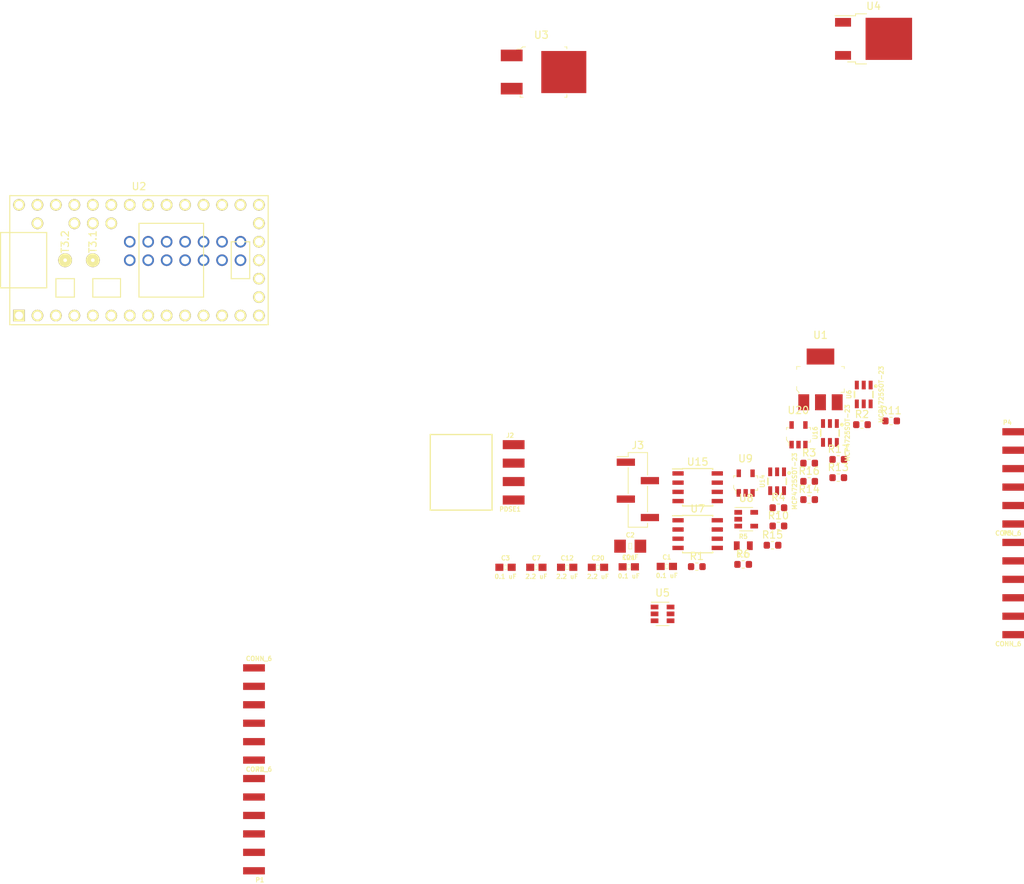
<source format=kicad_pcb>
(kicad_pcb (version 20171130) (host pcbnew 5.1.5+dfsg1-2~bpo9+1)

  (general
    (thickness 1.6)
    (drawings 0)
    (tracks 0)
    (zones 0)
    (modules 39)
    (nets 85)
  )

  (page A4)
  (layers
    (0 F.Cu signal)
    (31 B.Cu signal)
    (32 B.Adhes user)
    (33 F.Adhes user)
    (34 B.Paste user)
    (35 F.Paste user)
    (36 B.SilkS user)
    (37 F.SilkS user)
    (38 B.Mask user)
    (39 F.Mask user)
    (40 Dwgs.User user)
    (41 Cmts.User user)
    (42 Eco1.User user)
    (43 Eco2.User user)
    (44 Edge.Cuts user)
    (45 Margin user)
    (46 B.CrtYd user)
    (47 F.CrtYd user)
    (48 B.Fab user)
    (49 F.Fab user)
  )

  (setup
    (last_trace_width 0.25)
    (trace_clearance 0.2)
    (zone_clearance 0.508)
    (zone_45_only no)
    (trace_min 0.2)
    (via_size 0.8)
    (via_drill 0.4)
    (via_min_size 0.4)
    (via_min_drill 0.3)
    (uvia_size 0.3)
    (uvia_drill 0.1)
    (uvias_allowed no)
    (uvia_min_size 0.2)
    (uvia_min_drill 0.1)
    (edge_width 0.05)
    (segment_width 0.2)
    (pcb_text_width 0.3)
    (pcb_text_size 1.5 1.5)
    (mod_edge_width 0.12)
    (mod_text_size 1 1)
    (mod_text_width 0.15)
    (pad_size 1.524 1.524)
    (pad_drill 0.762)
    (pad_to_mask_clearance 0.051)
    (solder_mask_min_width 0.25)
    (aux_axis_origin 0 0)
    (visible_elements FFFFFF7F)
    (pcbplotparams
      (layerselection 0x010fc_ffffffff)
      (usegerberextensions false)
      (usegerberattributes false)
      (usegerberadvancedattributes false)
      (creategerberjobfile false)
      (excludeedgelayer true)
      (linewidth 0.010000)
      (plotframeref false)
      (viasonmask false)
      (mode 1)
      (useauxorigin false)
      (hpglpennumber 1)
      (hpglpenspeed 20)
      (hpglpendiameter 15.000000)
      (psnegative false)
      (psa4output false)
      (plotreference true)
      (plotvalue true)
      (plotinvisibletext false)
      (padsonsilk false)
      (subtractmaskfromsilk false)
      (outputformat 1)
      (mirror false)
      (drillshape 1)
      (scaleselection 1)
      (outputdirectory ""))
  )

  (net 0 "")
  (net 1 GND)
  (net 2 5V)
  (net 3 20V)
  (net 4 "Net-(C12-Pad2)")
  (net 5 "Net-(C12-Pad1)")
  (net 6 -5V)
  (net 7 24V)
  (net 8 SCL)
  (net 9 SDA)
  (net 10 3.3V)
  (net 11 VCO_POWER_CONTROL_)
  (net 12 Vtune)
  (net 13 AMP_DRAIN_CONTROL_)
  (net 14 AMP_DRAIN_SUPPLY)
  (net 15 AMP_GAIN_CONTROL_)
  (net 16 AMP_GATE_CONTROL_)
  (net 17 "Net-(R1-Pad2)")
  (net 18 "Net-(R11-Pad1)")
  (net 19 "Net-(R4-Pad1)")
  (net 20 ~VCO_POWER_CONTROL)
  (net 21 "Net-(R10-Pad2)")
  (net 22 "Net-(R10-Pad1)")
  (net 23 "Net-(R11-Pad2)")
  (net 24 ~AMP_DRAIN_CONTROL)
  (net 25 12V)
  (net 26 "Net-(U4-Pad2)")
  (net 27 "Net-(U4-Pad3)")
  (net 28 "Net-(U4-Pad1)")
  (net 29 TUNING_DAC_I2C_SELECT)
  (net 30 "Net-(U6-Pad1)")
  (net 31 current_sense_output)
  (net 32 "Net-(U9-Pad1)")
  (net 33 GAIN_DAC_I2C_SELECT)
  (net 34 GATE_DAC_I2C_SELECT)
  (net 35 "Net-(U20-Pad1)")
  (net 36 "Net-(P1-Pad4)")
  (net 37 "Net-(P1-Pad3)")
  (net 38 "Net-(P1-Pad2)")
  (net 39 "Net-(P1-Pad1)")
  (net 40 "Net-(P2-Pad6)")
  (net 41 "Net-(P2-Pad5)")
  (net 42 "Net-(P2-Pad4)")
  (net 43 "Net-(P2-Pad3)")
  (net 44 "Net-(P2-Pad2)")
  (net 45 "Net-(P2-Pad1)")
  (net 46 "Net-(U2-Pad39)")
  (net 47 "Net-(U2-Pad38)")
  (net 48 "Net-(U2-Pad1)")
  (net 49 "Net-(U2-Pad2)")
  (net 50 "Net-(U2-Pad3)")
  (net 51 "Net-(U2-Pad4)")
  (net 52 "Net-(U2-Pad5)")
  (net 53 "Net-(U2-Pad6)")
  (net 54 "Net-(U2-Pad7)")
  (net 55 "Net-(U2-Pad8)")
  (net 56 "Net-(U2-Pad9)")
  (net 57 "Net-(U2-Pad10)")
  (net 58 "Net-(U2-Pad11)")
  (net 59 "Net-(U2-Pad12)")
  (net 60 "Net-(U2-Pad13)")
  (net 61 "Net-(U2-Pad37)")
  (net 62 "Net-(U2-Pad36)")
  (net 63 "Net-(U2-Pad35)")
  (net 64 "Net-(U2-Pad34)")
  (net 65 "Net-(U2-Pad33)")
  (net 66 "Net-(U2-Pad32)")
  (net 67 "Net-(U2-Pad31)")
  (net 68 "Net-(U2-Pad30)")
  (net 69 "Net-(U2-Pad29)")
  (net 70 "Net-(U2-Pad28)")
  (net 71 "Net-(U2-Pad27)")
  (net 72 "Net-(U2-Pad26)")
  (net 73 "Net-(U2-Pad25)")
  (net 74 "Net-(U2-Pad24)")
  (net 75 "Net-(U2-Pad23)")
  (net 76 "Net-(U2-Pad22)")
  (net 77 "Net-(U2-Pad21)")
  (net 78 "Net-(U2-Pad14)")
  (net 79 "Net-(U2-Pad15)")
  (net 80 "Net-(U2-Pad16)")
  (net 81 "Net-(U2-Pad20)")
  (net 82 "Net-(U2-Pad19)")
  (net 83 "Net-(U2-Pad18)")
  (net 84 "Net-(U2-Pad17)")

  (net_class Default "This is the default net class."
    (clearance 0.2)
    (trace_width 0.25)
    (via_dia 0.8)
    (via_drill 0.4)
    (uvia_dia 0.3)
    (uvia_drill 0.1)
    (add_net -5V)
    (add_net 12V)
    (add_net 20V)
    (add_net 24V)
    (add_net 3.3V)
    (add_net 5V)
    (add_net AMP_DRAIN_CONTROL_)
    (add_net AMP_DRAIN_SUPPLY)
    (add_net AMP_GAIN_CONTROL_)
    (add_net AMP_GATE_CONTROL_)
    (add_net GAIN_DAC_I2C_SELECT)
    (add_net GATE_DAC_I2C_SELECT)
    (add_net GND)
    (add_net "Net-(C12-Pad1)")
    (add_net "Net-(C12-Pad2)")
    (add_net "Net-(P1-Pad1)")
    (add_net "Net-(P1-Pad2)")
    (add_net "Net-(P1-Pad3)")
    (add_net "Net-(P1-Pad4)")
    (add_net "Net-(P2-Pad1)")
    (add_net "Net-(P2-Pad2)")
    (add_net "Net-(P2-Pad3)")
    (add_net "Net-(P2-Pad4)")
    (add_net "Net-(P2-Pad5)")
    (add_net "Net-(P2-Pad6)")
    (add_net "Net-(R1-Pad2)")
    (add_net "Net-(R10-Pad1)")
    (add_net "Net-(R10-Pad2)")
    (add_net "Net-(R11-Pad1)")
    (add_net "Net-(R11-Pad2)")
    (add_net "Net-(R4-Pad1)")
    (add_net "Net-(U2-Pad1)")
    (add_net "Net-(U2-Pad10)")
    (add_net "Net-(U2-Pad11)")
    (add_net "Net-(U2-Pad12)")
    (add_net "Net-(U2-Pad13)")
    (add_net "Net-(U2-Pad14)")
    (add_net "Net-(U2-Pad15)")
    (add_net "Net-(U2-Pad16)")
    (add_net "Net-(U2-Pad17)")
    (add_net "Net-(U2-Pad18)")
    (add_net "Net-(U2-Pad19)")
    (add_net "Net-(U2-Pad2)")
    (add_net "Net-(U2-Pad20)")
    (add_net "Net-(U2-Pad21)")
    (add_net "Net-(U2-Pad22)")
    (add_net "Net-(U2-Pad23)")
    (add_net "Net-(U2-Pad24)")
    (add_net "Net-(U2-Pad25)")
    (add_net "Net-(U2-Pad26)")
    (add_net "Net-(U2-Pad27)")
    (add_net "Net-(U2-Pad28)")
    (add_net "Net-(U2-Pad29)")
    (add_net "Net-(U2-Pad3)")
    (add_net "Net-(U2-Pad30)")
    (add_net "Net-(U2-Pad31)")
    (add_net "Net-(U2-Pad32)")
    (add_net "Net-(U2-Pad33)")
    (add_net "Net-(U2-Pad34)")
    (add_net "Net-(U2-Pad35)")
    (add_net "Net-(U2-Pad36)")
    (add_net "Net-(U2-Pad37)")
    (add_net "Net-(U2-Pad38)")
    (add_net "Net-(U2-Pad39)")
    (add_net "Net-(U2-Pad4)")
    (add_net "Net-(U2-Pad5)")
    (add_net "Net-(U2-Pad6)")
    (add_net "Net-(U2-Pad7)")
    (add_net "Net-(U2-Pad8)")
    (add_net "Net-(U2-Pad9)")
    (add_net "Net-(U20-Pad1)")
    (add_net "Net-(U4-Pad1)")
    (add_net "Net-(U4-Pad2)")
    (add_net "Net-(U4-Pad3)")
    (add_net "Net-(U6-Pad1)")
    (add_net "Net-(U9-Pad1)")
    (add_net SCL)
    (add_net SDA)
    (add_net TUNING_DAC_I2C_SELECT)
    (add_net VCO_POWER_CONTROL_)
    (add_net Vtune)
    (add_net current_sense_output)
    (add_net ~AMP_DRAIN_CONTROL)
    (add_net ~VCO_POWER_CONTROL)
  )

  (module Silicon-Standard:SOT23-6 (layer F.Cu) (tedit 5961E542) (tstamp 5F4C6048)
    (at 179.92268 110.655479)
    (descr SOT23-6)
    (tags SOT23-6)
    (path /5FA29A2C)
    (attr smd)
    (fp_text reference U16 (at -2.03 0 90) (layer F.SilkS)
      (effects (font (size 0.6096 0.6096) (thickness 0.127)))
    )
    (fp_text value MCP4725SOT-23 (at 2.413 0 90) (layer F.SilkS)
      (effects (font (size 0.6096 0.6096) (thickness 0.127)))
    )
    (fp_line (start -1.39954 -0.79756) (end -1.39954 0.79756) (layer Dwgs.User) (width 0.1524))
    (fp_line (start 1.39954 -0.79756) (end 1.39954 0.79756) (layer Dwgs.User) (width 0.1524))
    (fp_line (start -1.39954 -0.79756) (end 1.39954 -0.79756) (layer Dwgs.User) (width 0.1524))
    (fp_line (start 1.39954 0.79756) (end -1.39954 0.79756) (layer Dwgs.User) (width 0.1524))
    (fp_line (start 1.27 -0.42926) (end 1.27 0.42926) (layer F.SilkS) (width 0.2032))
    (fp_line (start -1.27 0.42926) (end -1.27 -0.42926) (layer F.SilkS) (width 0.2032))
    (fp_line (start -0.24892 -0.84836) (end -0.24892 -1.4986) (layer Dwgs.User) (width 0.06604))
    (fp_line (start -0.24892 -1.4986) (end 0.24892 -1.4986) (layer Dwgs.User) (width 0.06604))
    (fp_line (start 0.24892 -0.84836) (end 0.24892 -1.4986) (layer Dwgs.User) (width 0.06604))
    (fp_line (start -0.24892 -0.84836) (end 0.24892 -0.84836) (layer Dwgs.User) (width 0.06604))
    (fp_line (start -1.19888 -0.84836) (end -1.19888 -1.4986) (layer Dwgs.User) (width 0.06604))
    (fp_line (start -1.19888 -1.4986) (end -0.6985 -1.4986) (layer Dwgs.User) (width 0.06604))
    (fp_line (start -0.6985 -0.84836) (end -0.6985 -1.4986) (layer Dwgs.User) (width 0.06604))
    (fp_line (start -1.19888 -0.84836) (end -0.6985 -0.84836) (layer Dwgs.User) (width 0.06604))
    (fp_line (start 0.6985 -0.84836) (end 0.6985 -1.4986) (layer Dwgs.User) (width 0.06604))
    (fp_line (start 0.6985 -1.4986) (end 1.19888 -1.4986) (layer Dwgs.User) (width 0.06604))
    (fp_line (start 1.19888 -0.84836) (end 1.19888 -1.4986) (layer Dwgs.User) (width 0.06604))
    (fp_line (start 0.6985 -0.84836) (end 1.19888 -0.84836) (layer Dwgs.User) (width 0.06604))
    (fp_line (start 0.6985 1.4986) (end 0.6985 0.84836) (layer Dwgs.User) (width 0.06604))
    (fp_line (start 0.6985 0.84836) (end 1.19888 0.84836) (layer Dwgs.User) (width 0.06604))
    (fp_line (start 1.19888 1.4986) (end 1.19888 0.84836) (layer Dwgs.User) (width 0.06604))
    (fp_line (start 0.6985 1.4986) (end 1.19888 1.4986) (layer Dwgs.User) (width 0.06604))
    (fp_line (start -0.24892 1.4986) (end -0.24892 0.84836) (layer Dwgs.User) (width 0.06604))
    (fp_line (start -0.24892 0.84836) (end 0.24892 0.84836) (layer Dwgs.User) (width 0.06604))
    (fp_line (start 0.24892 1.4986) (end 0.24892 0.84836) (layer Dwgs.User) (width 0.06604))
    (fp_line (start -0.24892 1.4986) (end 0.24892 1.4986) (layer Dwgs.User) (width 0.06604))
    (fp_line (start -1.19888 1.4986) (end -1.19888 0.84836) (layer Dwgs.User) (width 0.06604))
    (fp_line (start -1.19888 0.84836) (end -0.6985 0.84836) (layer Dwgs.User) (width 0.06604))
    (fp_line (start -0.6985 1.4986) (end -0.6985 0.84836) (layer Dwgs.User) (width 0.06604))
    (fp_line (start -1.19888 1.4986) (end -0.6985 1.4986) (layer Dwgs.User) (width 0.06604))
    (fp_circle (center 1.651 -1.143) (end 1.778 -1.143) (layer F.SilkS) (width 0.254))
    (pad 6 smd rect (at 0.94996 1.29794) (size 0.54864 1.19888) (layers F.Cu F.Paste F.Mask)
      (net 34 GATE_DAC_I2C_SELECT) (solder_mask_margin 0.1016))
    (pad 5 smd rect (at 0 1.29794) (size 0.54864 1.19888) (layers F.Cu F.Paste F.Mask)
      (net 8 SCL) (solder_mask_margin 0.1016))
    (pad 4 smd rect (at -0.94996 1.29794) (size 0.54864 1.19888) (layers F.Cu F.Paste F.Mask)
      (net 9 SDA) (solder_mask_margin 0.1016))
    (pad 3 smd rect (at -0.94996 -1.29794) (size 0.54864 1.19888) (layers F.Cu F.Paste F.Mask)
      (net 2 5V) (solder_mask_margin 0.1016))
    (pad 2 smd rect (at 0 -1.29794 180) (size 0.54864 1.19888) (layers F.Cu F.Paste F.Mask)
      (net 1 GND) (solder_mask_margin 0.1016))
    (pad 1 smd rect (at 0.94996 -1.29794) (size 0.54864 1.19888) (layers F.Cu F.Paste F.Mask)
      (net 19 "Net-(R4-Pad1)") (solder_mask_margin 0.1016))
  )

  (module Silicon-Standard:SOT23-6 (layer F.Cu) (tedit 5961E542) (tstamp 5F4C6002)
    (at 172.65268 117.305479)
    (descr SOT23-6)
    (tags SOT23-6)
    (path /5F930B85)
    (attr smd)
    (fp_text reference U14 (at -2.03 0 90) (layer F.SilkS)
      (effects (font (size 0.6096 0.6096) (thickness 0.127)))
    )
    (fp_text value MCP4725SOT-23 (at 2.413 0 90) (layer F.SilkS)
      (effects (font (size 0.6096 0.6096) (thickness 0.127)))
    )
    (fp_line (start -1.39954 -0.79756) (end -1.39954 0.79756) (layer Dwgs.User) (width 0.1524))
    (fp_line (start 1.39954 -0.79756) (end 1.39954 0.79756) (layer Dwgs.User) (width 0.1524))
    (fp_line (start -1.39954 -0.79756) (end 1.39954 -0.79756) (layer Dwgs.User) (width 0.1524))
    (fp_line (start 1.39954 0.79756) (end -1.39954 0.79756) (layer Dwgs.User) (width 0.1524))
    (fp_line (start 1.27 -0.42926) (end 1.27 0.42926) (layer F.SilkS) (width 0.2032))
    (fp_line (start -1.27 0.42926) (end -1.27 -0.42926) (layer F.SilkS) (width 0.2032))
    (fp_line (start -0.24892 -0.84836) (end -0.24892 -1.4986) (layer Dwgs.User) (width 0.06604))
    (fp_line (start -0.24892 -1.4986) (end 0.24892 -1.4986) (layer Dwgs.User) (width 0.06604))
    (fp_line (start 0.24892 -0.84836) (end 0.24892 -1.4986) (layer Dwgs.User) (width 0.06604))
    (fp_line (start -0.24892 -0.84836) (end 0.24892 -0.84836) (layer Dwgs.User) (width 0.06604))
    (fp_line (start -1.19888 -0.84836) (end -1.19888 -1.4986) (layer Dwgs.User) (width 0.06604))
    (fp_line (start -1.19888 -1.4986) (end -0.6985 -1.4986) (layer Dwgs.User) (width 0.06604))
    (fp_line (start -0.6985 -0.84836) (end -0.6985 -1.4986) (layer Dwgs.User) (width 0.06604))
    (fp_line (start -1.19888 -0.84836) (end -0.6985 -0.84836) (layer Dwgs.User) (width 0.06604))
    (fp_line (start 0.6985 -0.84836) (end 0.6985 -1.4986) (layer Dwgs.User) (width 0.06604))
    (fp_line (start 0.6985 -1.4986) (end 1.19888 -1.4986) (layer Dwgs.User) (width 0.06604))
    (fp_line (start 1.19888 -0.84836) (end 1.19888 -1.4986) (layer Dwgs.User) (width 0.06604))
    (fp_line (start 0.6985 -0.84836) (end 1.19888 -0.84836) (layer Dwgs.User) (width 0.06604))
    (fp_line (start 0.6985 1.4986) (end 0.6985 0.84836) (layer Dwgs.User) (width 0.06604))
    (fp_line (start 0.6985 0.84836) (end 1.19888 0.84836) (layer Dwgs.User) (width 0.06604))
    (fp_line (start 1.19888 1.4986) (end 1.19888 0.84836) (layer Dwgs.User) (width 0.06604))
    (fp_line (start 0.6985 1.4986) (end 1.19888 1.4986) (layer Dwgs.User) (width 0.06604))
    (fp_line (start -0.24892 1.4986) (end -0.24892 0.84836) (layer Dwgs.User) (width 0.06604))
    (fp_line (start -0.24892 0.84836) (end 0.24892 0.84836) (layer Dwgs.User) (width 0.06604))
    (fp_line (start 0.24892 1.4986) (end 0.24892 0.84836) (layer Dwgs.User) (width 0.06604))
    (fp_line (start -0.24892 1.4986) (end 0.24892 1.4986) (layer Dwgs.User) (width 0.06604))
    (fp_line (start -1.19888 1.4986) (end -1.19888 0.84836) (layer Dwgs.User) (width 0.06604))
    (fp_line (start -1.19888 0.84836) (end -0.6985 0.84836) (layer Dwgs.User) (width 0.06604))
    (fp_line (start -0.6985 1.4986) (end -0.6985 0.84836) (layer Dwgs.User) (width 0.06604))
    (fp_line (start -1.19888 1.4986) (end -0.6985 1.4986) (layer Dwgs.User) (width 0.06604))
    (fp_circle (center 1.651 -1.143) (end 1.778 -1.143) (layer F.SilkS) (width 0.254))
    (pad 6 smd rect (at 0.94996 1.29794) (size 0.54864 1.19888) (layers F.Cu F.Paste F.Mask)
      (net 33 GAIN_DAC_I2C_SELECT) (solder_mask_margin 0.1016))
    (pad 5 smd rect (at 0 1.29794) (size 0.54864 1.19888) (layers F.Cu F.Paste F.Mask)
      (net 8 SCL) (solder_mask_margin 0.1016))
    (pad 4 smd rect (at -0.94996 1.29794) (size 0.54864 1.19888) (layers F.Cu F.Paste F.Mask)
      (net 9 SDA) (solder_mask_margin 0.1016))
    (pad 3 smd rect (at -0.94996 -1.29794) (size 0.54864 1.19888) (layers F.Cu F.Paste F.Mask)
      (net 2 5V) (solder_mask_margin 0.1016))
    (pad 2 smd rect (at 0 -1.29794 180) (size 0.54864 1.19888) (layers F.Cu F.Paste F.Mask)
      (net 1 GND) (solder_mask_margin 0.1016))
    (pad 1 smd rect (at 0.94996 -1.29794) (size 0.54864 1.19888) (layers F.Cu F.Paste F.Mask)
      (net 22 "Net-(R10-Pad1)") (solder_mask_margin 0.1016))
  )

  (module Silicon-Standard:SOT23-6 (layer F.Cu) (tedit 5961E542) (tstamp 5F4C5F8A)
    (at 184.57268 105.355479)
    (descr SOT23-6)
    (tags SOT23-6)
    (path /5F7A4024)
    (attr smd)
    (fp_text reference U6 (at -2.03 0 90) (layer F.SilkS)
      (effects (font (size 0.6096 0.6096) (thickness 0.127)))
    )
    (fp_text value MCP4725SOT-23 (at 2.413 0 90) (layer F.SilkS)
      (effects (font (size 0.6096 0.6096) (thickness 0.127)))
    )
    (fp_line (start -1.39954 -0.79756) (end -1.39954 0.79756) (layer Dwgs.User) (width 0.1524))
    (fp_line (start 1.39954 -0.79756) (end 1.39954 0.79756) (layer Dwgs.User) (width 0.1524))
    (fp_line (start -1.39954 -0.79756) (end 1.39954 -0.79756) (layer Dwgs.User) (width 0.1524))
    (fp_line (start 1.39954 0.79756) (end -1.39954 0.79756) (layer Dwgs.User) (width 0.1524))
    (fp_line (start 1.27 -0.42926) (end 1.27 0.42926) (layer F.SilkS) (width 0.2032))
    (fp_line (start -1.27 0.42926) (end -1.27 -0.42926) (layer F.SilkS) (width 0.2032))
    (fp_line (start -0.24892 -0.84836) (end -0.24892 -1.4986) (layer Dwgs.User) (width 0.06604))
    (fp_line (start -0.24892 -1.4986) (end 0.24892 -1.4986) (layer Dwgs.User) (width 0.06604))
    (fp_line (start 0.24892 -0.84836) (end 0.24892 -1.4986) (layer Dwgs.User) (width 0.06604))
    (fp_line (start -0.24892 -0.84836) (end 0.24892 -0.84836) (layer Dwgs.User) (width 0.06604))
    (fp_line (start -1.19888 -0.84836) (end -1.19888 -1.4986) (layer Dwgs.User) (width 0.06604))
    (fp_line (start -1.19888 -1.4986) (end -0.6985 -1.4986) (layer Dwgs.User) (width 0.06604))
    (fp_line (start -0.6985 -0.84836) (end -0.6985 -1.4986) (layer Dwgs.User) (width 0.06604))
    (fp_line (start -1.19888 -0.84836) (end -0.6985 -0.84836) (layer Dwgs.User) (width 0.06604))
    (fp_line (start 0.6985 -0.84836) (end 0.6985 -1.4986) (layer Dwgs.User) (width 0.06604))
    (fp_line (start 0.6985 -1.4986) (end 1.19888 -1.4986) (layer Dwgs.User) (width 0.06604))
    (fp_line (start 1.19888 -0.84836) (end 1.19888 -1.4986) (layer Dwgs.User) (width 0.06604))
    (fp_line (start 0.6985 -0.84836) (end 1.19888 -0.84836) (layer Dwgs.User) (width 0.06604))
    (fp_line (start 0.6985 1.4986) (end 0.6985 0.84836) (layer Dwgs.User) (width 0.06604))
    (fp_line (start 0.6985 0.84836) (end 1.19888 0.84836) (layer Dwgs.User) (width 0.06604))
    (fp_line (start 1.19888 1.4986) (end 1.19888 0.84836) (layer Dwgs.User) (width 0.06604))
    (fp_line (start 0.6985 1.4986) (end 1.19888 1.4986) (layer Dwgs.User) (width 0.06604))
    (fp_line (start -0.24892 1.4986) (end -0.24892 0.84836) (layer Dwgs.User) (width 0.06604))
    (fp_line (start -0.24892 0.84836) (end 0.24892 0.84836) (layer Dwgs.User) (width 0.06604))
    (fp_line (start 0.24892 1.4986) (end 0.24892 0.84836) (layer Dwgs.User) (width 0.06604))
    (fp_line (start -0.24892 1.4986) (end 0.24892 1.4986) (layer Dwgs.User) (width 0.06604))
    (fp_line (start -1.19888 1.4986) (end -1.19888 0.84836) (layer Dwgs.User) (width 0.06604))
    (fp_line (start -1.19888 0.84836) (end -0.6985 0.84836) (layer Dwgs.User) (width 0.06604))
    (fp_line (start -0.6985 1.4986) (end -0.6985 0.84836) (layer Dwgs.User) (width 0.06604))
    (fp_line (start -1.19888 1.4986) (end -0.6985 1.4986) (layer Dwgs.User) (width 0.06604))
    (fp_circle (center 1.651 -1.143) (end 1.778 -1.143) (layer F.SilkS) (width 0.254))
    (pad 6 smd rect (at 0.94996 1.29794) (size 0.54864 1.19888) (layers F.Cu F.Paste F.Mask)
      (net 29 TUNING_DAC_I2C_SELECT) (solder_mask_margin 0.1016))
    (pad 5 smd rect (at 0 1.29794) (size 0.54864 1.19888) (layers F.Cu F.Paste F.Mask)
      (net 8 SCL) (solder_mask_margin 0.1016))
    (pad 4 smd rect (at -0.94996 1.29794) (size 0.54864 1.19888) (layers F.Cu F.Paste F.Mask)
      (net 9 SDA) (solder_mask_margin 0.1016))
    (pad 3 smd rect (at -0.94996 -1.29794) (size 0.54864 1.19888) (layers F.Cu F.Paste F.Mask)
      (net 2 5V) (solder_mask_margin 0.1016))
    (pad 2 smd rect (at 0 -1.29794 180) (size 0.54864 1.19888) (layers F.Cu F.Paste F.Mask)
      (net 1 GND) (solder_mask_margin 0.1016))
    (pad 1 smd rect (at 0.94996 -1.29794) (size 0.54864 1.19888) (layers F.Cu F.Paste F.Mask)
      (net 30 "Net-(U6-Pad1)") (solder_mask_margin 0.1016))
  )

  (module teensy:Teensy30_31_32_LC (layer F.Cu) (tedit 5A29202F) (tstamp 5F4C6DAF)
    (at 84.836 86.868)
    (path /6043A862)
    (fp_text reference U2 (at 0 -10.16) (layer F.SilkS)
      (effects (font (size 1 1) (thickness 0.15)))
    )
    (fp_text value Teensy-LC (at 0 10.16) (layer F.Fab)
      (effects (font (size 1 1) (thickness 0.15)))
    )
    (fp_line (start -17.78 8.89) (end -17.78 -8.89) (layer F.SilkS) (width 0.15))
    (fp_line (start 17.78 8.89) (end -17.78 8.89) (layer F.SilkS) (width 0.15))
    (fp_line (start 17.78 -8.89) (end 17.78 8.89) (layer F.SilkS) (width 0.15))
    (fp_line (start -17.78 -8.89) (end 17.78 -8.89) (layer F.SilkS) (width 0.15))
    (fp_line (start 8.89 5.08) (end 0 5.08) (layer F.SilkS) (width 0.15))
    (fp_line (start 8.89 -5.08) (end 0 -5.08) (layer F.SilkS) (width 0.15))
    (fp_line (start 0 -5.08) (end 0 5.08) (layer F.SilkS) (width 0.15))
    (fp_line (start 8.89 5.08) (end 8.89 -5.08) (layer F.SilkS) (width 0.15))
    (fp_line (start 12.7 -2.54) (end 15.24 -2.54) (layer F.SilkS) (width 0.15))
    (fp_line (start 12.7 2.54) (end 12.7 -2.54) (layer F.SilkS) (width 0.15))
    (fp_line (start 15.24 2.54) (end 12.7 2.54) (layer F.SilkS) (width 0.15))
    (fp_line (start 15.24 -2.54) (end 15.24 2.54) (layer F.SilkS) (width 0.15))
    (fp_line (start -11.43 2.54) (end -11.43 5.08) (layer F.SilkS) (width 0.15))
    (fp_line (start -8.89 2.54) (end -11.43 2.54) (layer F.SilkS) (width 0.15))
    (fp_line (start -8.89 5.08) (end -8.89 2.54) (layer F.SilkS) (width 0.15))
    (fp_line (start -11.43 5.08) (end -8.89 5.08) (layer F.SilkS) (width 0.15))
    (fp_line (start -12.7 3.81) (end -17.78 3.81) (layer F.SilkS) (width 0.15))
    (fp_line (start -12.7 -3.81) (end -17.78 -3.81) (layer F.SilkS) (width 0.15))
    (fp_line (start -12.7 3.81) (end -12.7 -3.81) (layer F.SilkS) (width 0.15))
    (fp_line (start -6.35 2.54) (end -6.35 5.08) (layer F.SilkS) (width 0.15))
    (fp_line (start -2.54 2.54) (end -6.35 2.54) (layer F.SilkS) (width 0.15))
    (fp_line (start -2.54 5.08) (end -2.54 2.54) (layer F.SilkS) (width 0.15))
    (fp_line (start -6.35 5.08) (end -2.54 5.08) (layer F.SilkS) (width 0.15))
    (fp_line (start -19.05 -3.81) (end -17.78 -3.81) (layer F.SilkS) (width 0.15))
    (fp_line (start -19.05 3.81) (end -19.05 -3.81) (layer F.SilkS) (width 0.15))
    (fp_line (start -17.78 3.81) (end -19.05 3.81) (layer F.SilkS) (width 0.15))
    (fp_text user T3.1 (at -6.35 -2.54 90) (layer F.SilkS)
      (effects (font (size 1 1) (thickness 0.15)))
    )
    (fp_text user T3.2 (at -10.16 -2.54 90) (layer F.SilkS)
      (effects (font (size 1 1) (thickness 0.15)))
    )
    (pad 52 thru_hole circle (at -10.16 0) (size 1.9 1.9) (drill 0.5) (layers *.Cu *.Mask F.SilkS))
    (pad 52 thru_hole circle (at -6.35 0) (size 1.9 1.9) (drill 0.5) (layers *.Cu *.Mask F.SilkS))
    (pad 51 thru_hole circle (at -1.27 -2.54) (size 1.6 1.6) (drill 1.1) (layers *.Cu *.Mask))
    (pad 50 thru_hole circle (at 1.27 -2.54) (size 1.6 1.6) (drill 1.1) (layers *.Cu *.Mask))
    (pad 49 thru_hole circle (at 3.81 -2.54) (size 1.6 1.6) (drill 1.1) (layers *.Cu *.Mask))
    (pad 48 thru_hole circle (at 6.35 -2.54) (size 1.6 1.6) (drill 1.1) (layers *.Cu *.Mask))
    (pad 47 thru_hole circle (at 8.89 -2.54) (size 1.6 1.6) (drill 1.1) (layers *.Cu *.Mask))
    (pad 46 thru_hole circle (at 11.43 -2.54) (size 1.6 1.6) (drill 1.1) (layers *.Cu *.Mask))
    (pad 45 thru_hole circle (at 13.97 -2.54) (size 1.6 1.6) (drill 1.1) (layers *.Cu *.Mask))
    (pad 44 thru_hole circle (at 13.97 0) (size 1.6 1.6) (drill 1.1) (layers *.Cu *.Mask))
    (pad 43 thru_hole circle (at 11.43 0) (size 1.6 1.6) (drill 1.1) (layers *.Cu *.Mask))
    (pad 42 thru_hole circle (at 8.89 0) (size 1.6 1.6) (drill 1.1) (layers *.Cu *.Mask))
    (pad 41 thru_hole circle (at 6.35 0) (size 1.6 1.6) (drill 1.1) (layers *.Cu *.Mask))
    (pad 40 thru_hole circle (at 3.81 0) (size 1.6 1.6) (drill 1.1) (layers *.Cu *.Mask))
    (pad 39 thru_hole circle (at 1.27 0) (size 1.6 1.6) (drill 1.1) (layers *.Cu *.Mask)
      (net 46 "Net-(U2-Pad39)"))
    (pad 38 thru_hole circle (at -1.27 0) (size 1.6 1.6) (drill 1.1) (layers *.Cu *.Mask)
      (net 47 "Net-(U2-Pad38)"))
    (pad 1 thru_hole rect (at -16.51 7.62) (size 1.6 1.6) (drill 1.1) (layers *.Cu *.Mask F.SilkS)
      (net 48 "Net-(U2-Pad1)"))
    (pad 2 thru_hole circle (at -13.97 7.62) (size 1.6 1.6) (drill 1.1) (layers *.Cu *.Mask F.SilkS)
      (net 49 "Net-(U2-Pad2)"))
    (pad 3 thru_hole circle (at -11.43 7.62) (size 1.6 1.6) (drill 1.1) (layers *.Cu *.Mask F.SilkS)
      (net 50 "Net-(U2-Pad3)"))
    (pad 4 thru_hole circle (at -8.89 7.62) (size 1.6 1.6) (drill 1.1) (layers *.Cu *.Mask F.SilkS)
      (net 51 "Net-(U2-Pad4)"))
    (pad 5 thru_hole circle (at -6.35 7.62) (size 1.6 1.6) (drill 1.1) (layers *.Cu *.Mask F.SilkS)
      (net 52 "Net-(U2-Pad5)"))
    (pad 6 thru_hole circle (at -3.81 7.62) (size 1.6 1.6) (drill 1.1) (layers *.Cu *.Mask F.SilkS)
      (net 53 "Net-(U2-Pad6)"))
    (pad 7 thru_hole circle (at -1.27 7.62) (size 1.6 1.6) (drill 1.1) (layers *.Cu *.Mask F.SilkS)
      (net 54 "Net-(U2-Pad7)"))
    (pad 8 thru_hole circle (at 1.27 7.62) (size 1.6 1.6) (drill 1.1) (layers *.Cu *.Mask F.SilkS)
      (net 55 "Net-(U2-Pad8)"))
    (pad 9 thru_hole circle (at 3.81 7.62) (size 1.6 1.6) (drill 1.1) (layers *.Cu *.Mask F.SilkS)
      (net 56 "Net-(U2-Pad9)"))
    (pad 10 thru_hole circle (at 6.35 7.62) (size 1.6 1.6) (drill 1.1) (layers *.Cu *.Mask F.SilkS)
      (net 57 "Net-(U2-Pad10)"))
    (pad 11 thru_hole circle (at 8.89 7.62) (size 1.6 1.6) (drill 1.1) (layers *.Cu *.Mask F.SilkS)
      (net 58 "Net-(U2-Pad11)"))
    (pad 12 thru_hole circle (at 11.43 7.62) (size 1.6 1.6) (drill 1.1) (layers *.Cu *.Mask F.SilkS)
      (net 59 "Net-(U2-Pad12)"))
    (pad 13 thru_hole circle (at 13.97 7.62) (size 1.6 1.6) (drill 1.1) (layers *.Cu *.Mask F.SilkS)
      (net 60 "Net-(U2-Pad13)"))
    (pad 37 thru_hole circle (at -3.81 -5.08) (size 1.6 1.6) (drill 1.1) (layers *.Cu *.Mask F.SilkS)
      (net 61 "Net-(U2-Pad37)"))
    (pad 36 thru_hole circle (at -6.35 -5.08) (size 1.6 1.6) (drill 1.1) (layers *.Cu *.Mask F.SilkS)
      (net 62 "Net-(U2-Pad36)"))
    (pad 35 thru_hole circle (at -8.89 -5.08) (size 1.6 1.6) (drill 1.1) (layers *.Cu *.Mask F.SilkS)
      (net 63 "Net-(U2-Pad35)"))
    (pad 34 thru_hole circle (at -13.97 -5.08) (size 1.6 1.6) (drill 1.1) (layers *.Cu *.Mask F.SilkS)
      (net 64 "Net-(U2-Pad34)"))
    (pad 33 thru_hole circle (at -16.51 -7.62) (size 1.6 1.6) (drill 1.1) (layers *.Cu *.Mask F.SilkS)
      (net 65 "Net-(U2-Pad33)"))
    (pad 32 thru_hole circle (at -13.97 -7.62) (size 1.6 1.6) (drill 1.1) (layers *.Cu *.Mask F.SilkS)
      (net 66 "Net-(U2-Pad32)"))
    (pad 31 thru_hole circle (at -11.43 -7.62) (size 1.6 1.6) (drill 1.1) (layers *.Cu *.Mask F.SilkS)
      (net 67 "Net-(U2-Pad31)"))
    (pad 30 thru_hole circle (at -8.89 -7.62) (size 1.6 1.6) (drill 1.1) (layers *.Cu *.Mask F.SilkS)
      (net 68 "Net-(U2-Pad30)"))
    (pad 29 thru_hole circle (at -6.35 -7.62) (size 1.6 1.6) (drill 1.1) (layers *.Cu *.Mask F.SilkS)
      (net 69 "Net-(U2-Pad29)"))
    (pad 28 thru_hole circle (at -3.81 -7.62) (size 1.6 1.6) (drill 1.1) (layers *.Cu *.Mask F.SilkS)
      (net 70 "Net-(U2-Pad28)"))
    (pad 27 thru_hole circle (at -1.27 -7.62) (size 1.6 1.6) (drill 1.1) (layers *.Cu *.Mask F.SilkS)
      (net 71 "Net-(U2-Pad27)"))
    (pad 26 thru_hole circle (at 1.27 -7.62) (size 1.6 1.6) (drill 1.1) (layers *.Cu *.Mask F.SilkS)
      (net 72 "Net-(U2-Pad26)"))
    (pad 25 thru_hole circle (at 3.81 -7.62) (size 1.6 1.6) (drill 1.1) (layers *.Cu *.Mask F.SilkS)
      (net 73 "Net-(U2-Pad25)"))
    (pad 24 thru_hole circle (at 6.35 -7.62) (size 1.6 1.6) (drill 1.1) (layers *.Cu *.Mask F.SilkS)
      (net 74 "Net-(U2-Pad24)"))
    (pad 23 thru_hole circle (at 8.89 -7.62) (size 1.6 1.6) (drill 1.1) (layers *.Cu *.Mask F.SilkS)
      (net 75 "Net-(U2-Pad23)"))
    (pad 22 thru_hole circle (at 11.43 -7.62) (size 1.6 1.6) (drill 1.1) (layers *.Cu *.Mask F.SilkS)
      (net 76 "Net-(U2-Pad22)"))
    (pad 21 thru_hole circle (at 13.97 -7.62) (size 1.6 1.6) (drill 1.1) (layers *.Cu *.Mask F.SilkS)
      (net 77 "Net-(U2-Pad21)"))
    (pad 14 thru_hole circle (at 16.51 7.62) (size 1.6 1.6) (drill 1.1) (layers *.Cu *.Mask F.SilkS)
      (net 78 "Net-(U2-Pad14)"))
    (pad 15 thru_hole circle (at 16.51 5.08) (size 1.6 1.6) (drill 1.1) (layers *.Cu *.Mask F.SilkS)
      (net 79 "Net-(U2-Pad15)"))
    (pad 16 thru_hole circle (at 16.51 2.54) (size 1.6 1.6) (drill 1.1) (layers *.Cu *.Mask F.SilkS)
      (net 80 "Net-(U2-Pad16)"))
    (pad 20 thru_hole circle (at 16.51 -7.62) (size 1.6 1.6) (drill 1.1) (layers *.Cu *.Mask F.SilkS)
      (net 81 "Net-(U2-Pad20)"))
    (pad 19 thru_hole circle (at 16.51 -5.08) (size 1.6 1.6) (drill 1.1) (layers *.Cu *.Mask F.SilkS)
      (net 82 "Net-(U2-Pad19)"))
    (pad 18 thru_hole circle (at 16.51 -2.54) (size 1.6 1.6) (drill 1.1) (layers *.Cu *.Mask F.SilkS)
      (net 83 "Net-(U2-Pad18)"))
    (pad 17 thru_hole circle (at 16.51 0) (size 1.6 1.6) (drill 1.1) (layers *.Cu *.Mask F.SilkS)
      (net 84 "Net-(U2-Pad17)"))
  )

  (module Capacitors:0805 (layer F.Cu) (tedit 200000) (tstamp 5F4C5E6A)
    (at 168.00094 126.18106)
    (descr "GENERIC 2012 (0805) PACKAGE")
    (tags "GENERIC 2012 (0805) PACKAGE")
    (path /5F62017A)
    (attr smd)
    (fp_text reference R5 (at 0 -1.27) (layer F.SilkS)
      (effects (font (size 0.6096 0.6096) (thickness 0.127)))
    )
    (fp_text value 0.1r (at 0 1.27) (layer F.SilkS)
      (effects (font (size 0.6096 0.6096) (thickness 0.127)))
    )
    (fp_line (start -1.4986 0.79756) (end -1.4986 -0.79756) (layer F.CrtYd) (width 0.0508))
    (fp_line (start 1.4986 0.79756) (end -1.4986 0.79756) (layer F.CrtYd) (width 0.0508))
    (fp_line (start 1.4986 -0.79756) (end 1.4986 0.79756) (layer F.CrtYd) (width 0.0508))
    (fp_line (start -1.4986 -0.79756) (end 1.4986 -0.79756) (layer F.CrtYd) (width 0.0508))
    (pad 2 smd rect (at 0.89916 0) (size 0.79756 1.19888) (layers F.Cu F.Paste F.Mask)
      (net 14 AMP_DRAIN_SUPPLY) (solder_mask_margin 0.1016))
    (pad 1 smd rect (at -0.89916 0) (size 0.79756 1.19888) (layers F.Cu F.Paste F.Mask)
      (net 2 5V) (solder_mask_margin 0.1016))
  )

  (module Connectors2:1X06-SMD_RA_MALE (layer F.Cu) (tedit 200000) (tstamp 5F4C6B31)
    (at 105.664 149.352 90)
    (descr "SMD - 6 PIN RIGHT ANGLE MALE HEADER")
    (tags "SMD - 6 PIN RIGHT ANGLE MALE HEADER")
    (path /604CC1DF)
    (attr smd)
    (fp_text reference P2 (at -7.62 -4.191) (layer F.SilkS)
      (effects (font (size 0.6096 0.6096) (thickness 0.127)))
    )
    (fp_text value CONN_6 (at 7.62 -4.318) (layer F.SilkS)
      (effects (font (size 0.6096 0.6096) (thickness 0.127)))
    )
    (fp_line (start -6.35 1.24968) (end -6.35 7.24916) (layer Dwgs.User) (width 0.127))
    (fp_line (start -3.81 1.24968) (end -3.81 7.24916) (layer Dwgs.User) (width 0.127))
    (fp_line (start -1.27 1.24968) (end -1.27 7.24916) (layer Dwgs.User) (width 0.127))
    (fp_line (start 1.27 1.24968) (end 1.27 7.24916) (layer Dwgs.User) (width 0.127))
    (fp_line (start 3.81 1.24968) (end 3.81 7.24916) (layer Dwgs.User) (width 0.127))
    (fp_line (start 6.35 1.24968) (end 6.35 7.24916) (layer Dwgs.User) (width 0.127))
    (fp_line (start 7.62 1.24968) (end 7.62 -1.24968) (layer Dwgs.User) (width 0.127))
    (fp_line (start 6.35 1.24968) (end 7.62 1.24968) (layer Dwgs.User) (width 0.127))
    (fp_line (start 3.81 1.24968) (end 6.35 1.24968) (layer Dwgs.User) (width 0.127))
    (fp_line (start 1.27 1.24968) (end 3.81 1.24968) (layer Dwgs.User) (width 0.127))
    (fp_line (start -1.27 1.24968) (end 1.27 1.24968) (layer Dwgs.User) (width 0.127))
    (fp_line (start -3.81 1.24968) (end -1.27 1.24968) (layer Dwgs.User) (width 0.127))
    (fp_line (start -6.35 1.24968) (end -3.81 1.24968) (layer Dwgs.User) (width 0.127))
    (fp_line (start -7.62 1.24968) (end -6.35 1.24968) (layer Dwgs.User) (width 0.127))
    (fp_line (start -7.62 -1.24968) (end -7.62 1.24968) (layer Dwgs.User) (width 0.127))
    (fp_line (start 7.62 -1.24968) (end -7.62 -1.24968) (layer Dwgs.User) (width 0.127))
    (pad "" np_thru_hole circle (at 5.08 0 90) (size 1.39954 1.39954) (drill 1.39954) (layers *.Cu *.Mask)
      (solder_mask_margin 0.1016))
    (pad "" np_thru_hole circle (at -5.08 0 90) (size 1.39954 1.39954) (drill 1.39954) (layers *.Cu *.Mask)
      (solder_mask_margin 0.1016))
    (pad 6 smd rect (at 6.35 -4.99872 180) (size 2.99974 0.99822) (layers F.Cu F.Paste F.Mask)
      (net 40 "Net-(P2-Pad6)") (solder_mask_margin 0.1016))
    (pad 5 smd rect (at 3.81 -4.99872 180) (size 2.99974 0.99822) (layers F.Cu F.Paste F.Mask)
      (net 41 "Net-(P2-Pad5)") (solder_mask_margin 0.1016))
    (pad 4 smd rect (at 1.27 -4.99872 180) (size 2.99974 0.99822) (layers F.Cu F.Paste F.Mask)
      (net 42 "Net-(P2-Pad4)") (solder_mask_margin 0.1016))
    (pad 3 smd rect (at -1.27 -4.99872 180) (size 2.99974 0.99822) (layers F.Cu F.Paste F.Mask)
      (net 43 "Net-(P2-Pad3)") (solder_mask_margin 0.1016))
    (pad 2 smd rect (at -3.81 -4.99872 180) (size 2.99974 0.99822) (layers F.Cu F.Paste F.Mask)
      (net 44 "Net-(P2-Pad2)") (solder_mask_margin 0.1016))
    (pad 1 smd rect (at -6.35 -4.99872 180) (size 2.99974 0.99822) (layers F.Cu F.Paste F.Mask)
      (net 45 "Net-(P2-Pad1)") (solder_mask_margin 0.1016))
  )

  (module Connectors2:1X06-SMD_RA_MALE (layer F.Cu) (tedit 200000) (tstamp 5F4C6B15)
    (at 105.664 164.592 90)
    (descr "SMD - 6 PIN RIGHT ANGLE MALE HEADER")
    (tags "SMD - 6 PIN RIGHT ANGLE MALE HEADER")
    (path /604CAEA1)
    (attr smd)
    (fp_text reference P1 (at -7.62 -4.191) (layer F.SilkS)
      (effects (font (size 0.6096 0.6096) (thickness 0.127)))
    )
    (fp_text value CONN_6 (at 7.62 -4.318) (layer F.SilkS)
      (effects (font (size 0.6096 0.6096) (thickness 0.127)))
    )
    (fp_line (start -6.35 1.24968) (end -6.35 7.24916) (layer Dwgs.User) (width 0.127))
    (fp_line (start -3.81 1.24968) (end -3.81 7.24916) (layer Dwgs.User) (width 0.127))
    (fp_line (start -1.27 1.24968) (end -1.27 7.24916) (layer Dwgs.User) (width 0.127))
    (fp_line (start 1.27 1.24968) (end 1.27 7.24916) (layer Dwgs.User) (width 0.127))
    (fp_line (start 3.81 1.24968) (end 3.81 7.24916) (layer Dwgs.User) (width 0.127))
    (fp_line (start 6.35 1.24968) (end 6.35 7.24916) (layer Dwgs.User) (width 0.127))
    (fp_line (start 7.62 1.24968) (end 7.62 -1.24968) (layer Dwgs.User) (width 0.127))
    (fp_line (start 6.35 1.24968) (end 7.62 1.24968) (layer Dwgs.User) (width 0.127))
    (fp_line (start 3.81 1.24968) (end 6.35 1.24968) (layer Dwgs.User) (width 0.127))
    (fp_line (start 1.27 1.24968) (end 3.81 1.24968) (layer Dwgs.User) (width 0.127))
    (fp_line (start -1.27 1.24968) (end 1.27 1.24968) (layer Dwgs.User) (width 0.127))
    (fp_line (start -3.81 1.24968) (end -1.27 1.24968) (layer Dwgs.User) (width 0.127))
    (fp_line (start -6.35 1.24968) (end -3.81 1.24968) (layer Dwgs.User) (width 0.127))
    (fp_line (start -7.62 1.24968) (end -6.35 1.24968) (layer Dwgs.User) (width 0.127))
    (fp_line (start -7.62 -1.24968) (end -7.62 1.24968) (layer Dwgs.User) (width 0.127))
    (fp_line (start 7.62 -1.24968) (end -7.62 -1.24968) (layer Dwgs.User) (width 0.127))
    (pad "" np_thru_hole circle (at 5.08 0 90) (size 1.39954 1.39954) (drill 1.39954) (layers *.Cu *.Mask)
      (solder_mask_margin 0.1016))
    (pad "" np_thru_hole circle (at -5.08 0 90) (size 1.39954 1.39954) (drill 1.39954) (layers *.Cu *.Mask)
      (solder_mask_margin 0.1016))
    (pad 6 smd rect (at 6.35 -4.99872 180) (size 2.99974 0.99822) (layers F.Cu F.Paste F.Mask)
      (net 25 12V) (solder_mask_margin 0.1016))
    (pad 5 smd rect (at 3.81 -4.99872 180) (size 2.99974 0.99822) (layers F.Cu F.Paste F.Mask)
      (net 1 GND) (solder_mask_margin 0.1016))
    (pad 4 smd rect (at 1.27 -4.99872 180) (size 2.99974 0.99822) (layers F.Cu F.Paste F.Mask)
      (net 36 "Net-(P1-Pad4)") (solder_mask_margin 0.1016))
    (pad 3 smd rect (at -1.27 -4.99872 180) (size 2.99974 0.99822) (layers F.Cu F.Paste F.Mask)
      (net 37 "Net-(P1-Pad3)") (solder_mask_margin 0.1016))
    (pad 2 smd rect (at -3.81 -4.99872 180) (size 2.99974 0.99822) (layers F.Cu F.Paste F.Mask)
      (net 38 "Net-(P1-Pad2)") (solder_mask_margin 0.1016))
    (pad 1 smd rect (at -6.35 -4.99872 180) (size 2.99974 0.99822) (layers F.Cu F.Paste F.Mask)
      (net 39 "Net-(P1-Pad1)") (solder_mask_margin 0.1016))
  )

  (module Capacitors:0603 (layer F.Cu) (tedit 596180EF) (tstamp 5F4C5DA4)
    (at 152.24 129.092)
    (descr "GENERIC 1608 (0603) PACKAGE")
    (tags "GENERIC 1608 (0603) PACKAGE")
    (path /5FBFCB80)
    (attr smd)
    (fp_text reference C21 (at 0 -1.27) (layer F.SilkS)
      (effects (font (size 0.6096 0.6096) (thickness 0.127)))
    )
    (fp_text value "0.1 uF" (at 0 1.27) (layer F.SilkS)
      (effects (font (size 0.6096 0.6096) (thickness 0.127)))
    )
    (fp_line (start -0.3556 0.41656) (end 0.3556 0.41656) (layer Dwgs.User) (width 0.1016))
    (fp_line (start -0.3556 -0.4318) (end 0.3556 -0.4318) (layer Dwgs.User) (width 0.1016))
    (fp_line (start -1.59766 0.6985) (end -1.59766 -0.6985) (layer F.CrtYd) (width 0.0508))
    (fp_line (start 1.59766 0.6985) (end -1.59766 0.6985) (layer F.CrtYd) (width 0.0508))
    (fp_line (start 1.59766 -0.6985) (end 1.59766 0.6985) (layer F.CrtYd) (width 0.0508))
    (fp_line (start -1.59766 -0.6985) (end 1.59766 -0.6985) (layer F.CrtYd) (width 0.0508))
    (fp_line (start -0.19812 0.29972) (end -0.19812 -0.29972) (layer F.SilkS) (width 0.06604))
    (fp_line (start -0.19812 -0.29972) (end 0.19812 -0.29972) (layer F.SilkS) (width 0.06604))
    (fp_line (start 0.19812 0.29972) (end 0.19812 -0.29972) (layer F.SilkS) (width 0.06604))
    (fp_line (start -0.19812 0.29972) (end 0.19812 0.29972) (layer F.SilkS) (width 0.06604))
    (fp_line (start 0.3302 0.4699) (end 0.3302 -0.48006) (layer Dwgs.User) (width 0.06604))
    (fp_line (start 0.3302 -0.48006) (end 0.82804 -0.48006) (layer Dwgs.User) (width 0.06604))
    (fp_line (start 0.82804 0.4699) (end 0.82804 -0.48006) (layer Dwgs.User) (width 0.06604))
    (fp_line (start 0.3302 0.4699) (end 0.82804 0.4699) (layer Dwgs.User) (width 0.06604))
    (fp_line (start -0.8382 0.4699) (end -0.8382 -0.48006) (layer Dwgs.User) (width 0.06604))
    (fp_line (start -0.8382 -0.48006) (end -0.33782 -0.48006) (layer Dwgs.User) (width 0.06604))
    (fp_line (start -0.33782 0.4699) (end -0.33782 -0.48006) (layer Dwgs.User) (width 0.06604))
    (fp_line (start -0.8382 0.4699) (end -0.33782 0.4699) (layer Dwgs.User) (width 0.06604))
    (pad 2 smd rect (at 0.84836 0) (size 1.09982 0.99822) (layers F.Cu F.Paste F.Mask)
      (net 1 GND) (solder_mask_margin 0.1016))
    (pad 1 smd rect (at -0.84836 0) (size 1.09982 0.99822) (layers F.Cu F.Paste F.Mask)
      (net 6 -5V) (solder_mask_margin 0.1016))
  )

  (module Capacitors:0603 (layer F.Cu) (tedit 596180EF) (tstamp 5F4C5D8C)
    (at 148 129.152)
    (descr "GENERIC 1608 (0603) PACKAGE")
    (tags "GENERIC 1608 (0603) PACKAGE")
    (path /5FBFA81D)
    (attr smd)
    (fp_text reference C20 (at 0 -1.27) (layer F.SilkS)
      (effects (font (size 0.6096 0.6096) (thickness 0.127)))
    )
    (fp_text value "2.2 uF" (at 0 1.27) (layer F.SilkS)
      (effects (font (size 0.6096 0.6096) (thickness 0.127)))
    )
    (fp_line (start -0.3556 0.41656) (end 0.3556 0.41656) (layer Dwgs.User) (width 0.1016))
    (fp_line (start -0.3556 -0.4318) (end 0.3556 -0.4318) (layer Dwgs.User) (width 0.1016))
    (fp_line (start -1.59766 0.6985) (end -1.59766 -0.6985) (layer F.CrtYd) (width 0.0508))
    (fp_line (start 1.59766 0.6985) (end -1.59766 0.6985) (layer F.CrtYd) (width 0.0508))
    (fp_line (start 1.59766 -0.6985) (end 1.59766 0.6985) (layer F.CrtYd) (width 0.0508))
    (fp_line (start -1.59766 -0.6985) (end 1.59766 -0.6985) (layer F.CrtYd) (width 0.0508))
    (fp_line (start -0.19812 0.29972) (end -0.19812 -0.29972) (layer F.SilkS) (width 0.06604))
    (fp_line (start -0.19812 -0.29972) (end 0.19812 -0.29972) (layer F.SilkS) (width 0.06604))
    (fp_line (start 0.19812 0.29972) (end 0.19812 -0.29972) (layer F.SilkS) (width 0.06604))
    (fp_line (start -0.19812 0.29972) (end 0.19812 0.29972) (layer F.SilkS) (width 0.06604))
    (fp_line (start 0.3302 0.4699) (end 0.3302 -0.48006) (layer Dwgs.User) (width 0.06604))
    (fp_line (start 0.3302 -0.48006) (end 0.82804 -0.48006) (layer Dwgs.User) (width 0.06604))
    (fp_line (start 0.82804 0.4699) (end 0.82804 -0.48006) (layer Dwgs.User) (width 0.06604))
    (fp_line (start 0.3302 0.4699) (end 0.82804 0.4699) (layer Dwgs.User) (width 0.06604))
    (fp_line (start -0.8382 0.4699) (end -0.8382 -0.48006) (layer Dwgs.User) (width 0.06604))
    (fp_line (start -0.8382 -0.48006) (end -0.33782 -0.48006) (layer Dwgs.User) (width 0.06604))
    (fp_line (start -0.33782 0.4699) (end -0.33782 -0.48006) (layer Dwgs.User) (width 0.06604))
    (fp_line (start -0.8382 0.4699) (end -0.33782 0.4699) (layer Dwgs.User) (width 0.06604))
    (pad 2 smd rect (at 0.84836 0) (size 1.09982 0.99822) (layers F.Cu F.Paste F.Mask)
      (net 1 GND) (solder_mask_margin 0.1016))
    (pad 1 smd rect (at -0.84836 0) (size 1.09982 0.99822) (layers F.Cu F.Paste F.Mask)
      (net 6 -5V) (solder_mask_margin 0.1016))
  )

  (module Capacitors:0603 (layer F.Cu) (tedit 596180EF) (tstamp 5F4C5D74)
    (at 143.76 129.152)
    (descr "GENERIC 1608 (0603) PACKAGE")
    (tags "GENERIC 1608 (0603) PACKAGE")
    (path /5FB3EF8D)
    (attr smd)
    (fp_text reference C12 (at 0 -1.27) (layer F.SilkS)
      (effects (font (size 0.6096 0.6096) (thickness 0.127)))
    )
    (fp_text value "2.2 uF" (at 0 1.27) (layer F.SilkS)
      (effects (font (size 0.6096 0.6096) (thickness 0.127)))
    )
    (fp_line (start -0.3556 0.41656) (end 0.3556 0.41656) (layer Dwgs.User) (width 0.1016))
    (fp_line (start -0.3556 -0.4318) (end 0.3556 -0.4318) (layer Dwgs.User) (width 0.1016))
    (fp_line (start -1.59766 0.6985) (end -1.59766 -0.6985) (layer F.CrtYd) (width 0.0508))
    (fp_line (start 1.59766 0.6985) (end -1.59766 0.6985) (layer F.CrtYd) (width 0.0508))
    (fp_line (start 1.59766 -0.6985) (end 1.59766 0.6985) (layer F.CrtYd) (width 0.0508))
    (fp_line (start -1.59766 -0.6985) (end 1.59766 -0.6985) (layer F.CrtYd) (width 0.0508))
    (fp_line (start -0.19812 0.29972) (end -0.19812 -0.29972) (layer F.SilkS) (width 0.06604))
    (fp_line (start -0.19812 -0.29972) (end 0.19812 -0.29972) (layer F.SilkS) (width 0.06604))
    (fp_line (start 0.19812 0.29972) (end 0.19812 -0.29972) (layer F.SilkS) (width 0.06604))
    (fp_line (start -0.19812 0.29972) (end 0.19812 0.29972) (layer F.SilkS) (width 0.06604))
    (fp_line (start 0.3302 0.4699) (end 0.3302 -0.48006) (layer Dwgs.User) (width 0.06604))
    (fp_line (start 0.3302 -0.48006) (end 0.82804 -0.48006) (layer Dwgs.User) (width 0.06604))
    (fp_line (start 0.82804 0.4699) (end 0.82804 -0.48006) (layer Dwgs.User) (width 0.06604))
    (fp_line (start 0.3302 0.4699) (end 0.82804 0.4699) (layer Dwgs.User) (width 0.06604))
    (fp_line (start -0.8382 0.4699) (end -0.8382 -0.48006) (layer Dwgs.User) (width 0.06604))
    (fp_line (start -0.8382 -0.48006) (end -0.33782 -0.48006) (layer Dwgs.User) (width 0.06604))
    (fp_line (start -0.33782 0.4699) (end -0.33782 -0.48006) (layer Dwgs.User) (width 0.06604))
    (fp_line (start -0.8382 0.4699) (end -0.33782 0.4699) (layer Dwgs.User) (width 0.06604))
    (pad 2 smd rect (at 0.84836 0) (size 1.09982 0.99822) (layers F.Cu F.Paste F.Mask)
      (net 4 "Net-(C12-Pad2)") (solder_mask_margin 0.1016))
    (pad 1 smd rect (at -0.84836 0) (size 1.09982 0.99822) (layers F.Cu F.Paste F.Mask)
      (net 5 "Net-(C12-Pad1)") (solder_mask_margin 0.1016))
  )

  (module Capacitors:0603 (layer F.Cu) (tedit 596180EF) (tstamp 5F4C5D5C)
    (at 139.52 129.152)
    (descr "GENERIC 1608 (0603) PACKAGE")
    (tags "GENERIC 1608 (0603) PACKAGE")
    (path /5FB44035)
    (attr smd)
    (fp_text reference C7 (at 0 -1.27) (layer F.SilkS)
      (effects (font (size 0.6096 0.6096) (thickness 0.127)))
    )
    (fp_text value "2.2 uF" (at 0 1.27) (layer F.SilkS)
      (effects (font (size 0.6096 0.6096) (thickness 0.127)))
    )
    (fp_line (start -0.3556 0.41656) (end 0.3556 0.41656) (layer Dwgs.User) (width 0.1016))
    (fp_line (start -0.3556 -0.4318) (end 0.3556 -0.4318) (layer Dwgs.User) (width 0.1016))
    (fp_line (start -1.59766 0.6985) (end -1.59766 -0.6985) (layer F.CrtYd) (width 0.0508))
    (fp_line (start 1.59766 0.6985) (end -1.59766 0.6985) (layer F.CrtYd) (width 0.0508))
    (fp_line (start 1.59766 -0.6985) (end 1.59766 0.6985) (layer F.CrtYd) (width 0.0508))
    (fp_line (start -1.59766 -0.6985) (end 1.59766 -0.6985) (layer F.CrtYd) (width 0.0508))
    (fp_line (start -0.19812 0.29972) (end -0.19812 -0.29972) (layer F.SilkS) (width 0.06604))
    (fp_line (start -0.19812 -0.29972) (end 0.19812 -0.29972) (layer F.SilkS) (width 0.06604))
    (fp_line (start 0.19812 0.29972) (end 0.19812 -0.29972) (layer F.SilkS) (width 0.06604))
    (fp_line (start -0.19812 0.29972) (end 0.19812 0.29972) (layer F.SilkS) (width 0.06604))
    (fp_line (start 0.3302 0.4699) (end 0.3302 -0.48006) (layer Dwgs.User) (width 0.06604))
    (fp_line (start 0.3302 -0.48006) (end 0.82804 -0.48006) (layer Dwgs.User) (width 0.06604))
    (fp_line (start 0.82804 0.4699) (end 0.82804 -0.48006) (layer Dwgs.User) (width 0.06604))
    (fp_line (start 0.3302 0.4699) (end 0.82804 0.4699) (layer Dwgs.User) (width 0.06604))
    (fp_line (start -0.8382 0.4699) (end -0.8382 -0.48006) (layer Dwgs.User) (width 0.06604))
    (fp_line (start -0.8382 -0.48006) (end -0.33782 -0.48006) (layer Dwgs.User) (width 0.06604))
    (fp_line (start -0.33782 0.4699) (end -0.33782 -0.48006) (layer Dwgs.User) (width 0.06604))
    (fp_line (start -0.8382 0.4699) (end -0.33782 0.4699) (layer Dwgs.User) (width 0.06604))
    (pad 2 smd rect (at 0.84836 0) (size 1.09982 0.99822) (layers F.Cu F.Paste F.Mask)
      (net 1 GND) (solder_mask_margin 0.1016))
    (pad 1 smd rect (at -0.84836 0) (size 1.09982 0.99822) (layers F.Cu F.Paste F.Mask)
      (net 2 5V) (solder_mask_margin 0.1016))
  )

  (module Capacitors:0603 (layer F.Cu) (tedit 596180EF) (tstamp 5F4C5D44)
    (at 135.28 129.152)
    (descr "GENERIC 1608 (0603) PACKAGE")
    (tags "GENERIC 1608 (0603) PACKAGE")
    (path /5F759D4A)
    (attr smd)
    (fp_text reference C3 (at 0 -1.27) (layer F.SilkS)
      (effects (font (size 0.6096 0.6096) (thickness 0.127)))
    )
    (fp_text value "0.1 uF" (at 0 1.27) (layer F.SilkS)
      (effects (font (size 0.6096 0.6096) (thickness 0.127)))
    )
    (fp_line (start -0.3556 0.41656) (end 0.3556 0.41656) (layer Dwgs.User) (width 0.1016))
    (fp_line (start -0.3556 -0.4318) (end 0.3556 -0.4318) (layer Dwgs.User) (width 0.1016))
    (fp_line (start -1.59766 0.6985) (end -1.59766 -0.6985) (layer F.CrtYd) (width 0.0508))
    (fp_line (start 1.59766 0.6985) (end -1.59766 0.6985) (layer F.CrtYd) (width 0.0508))
    (fp_line (start 1.59766 -0.6985) (end 1.59766 0.6985) (layer F.CrtYd) (width 0.0508))
    (fp_line (start -1.59766 -0.6985) (end 1.59766 -0.6985) (layer F.CrtYd) (width 0.0508))
    (fp_line (start -0.19812 0.29972) (end -0.19812 -0.29972) (layer F.SilkS) (width 0.06604))
    (fp_line (start -0.19812 -0.29972) (end 0.19812 -0.29972) (layer F.SilkS) (width 0.06604))
    (fp_line (start 0.19812 0.29972) (end 0.19812 -0.29972) (layer F.SilkS) (width 0.06604))
    (fp_line (start -0.19812 0.29972) (end 0.19812 0.29972) (layer F.SilkS) (width 0.06604))
    (fp_line (start 0.3302 0.4699) (end 0.3302 -0.48006) (layer Dwgs.User) (width 0.06604))
    (fp_line (start 0.3302 -0.48006) (end 0.82804 -0.48006) (layer Dwgs.User) (width 0.06604))
    (fp_line (start 0.82804 0.4699) (end 0.82804 -0.48006) (layer Dwgs.User) (width 0.06604))
    (fp_line (start 0.3302 0.4699) (end 0.82804 0.4699) (layer Dwgs.User) (width 0.06604))
    (fp_line (start -0.8382 0.4699) (end -0.8382 -0.48006) (layer Dwgs.User) (width 0.06604))
    (fp_line (start -0.8382 -0.48006) (end -0.33782 -0.48006) (layer Dwgs.User) (width 0.06604))
    (fp_line (start -0.33782 0.4699) (end -0.33782 -0.48006) (layer Dwgs.User) (width 0.06604))
    (fp_line (start -0.8382 0.4699) (end -0.33782 0.4699) (layer Dwgs.User) (width 0.06604))
    (pad 2 smd rect (at 0.84836 0) (size 1.09982 0.99822) (layers F.Cu F.Paste F.Mask)
      (net 1 GND) (solder_mask_margin 0.1016))
    (pad 1 smd rect (at -0.84836 0) (size 1.09982 0.99822) (layers F.Cu F.Paste F.Mask)
      (net 3 20V) (solder_mask_margin 0.1016))
  )

  (module Capacitors:1206 (layer F.Cu) (tedit 200000) (tstamp 5F4C5D2C)
    (at 152.4401 126.24332)
    (descr "GENERIC 3216 (1206) PACKAGE")
    (tags "GENERIC 3216 (1206) PACKAGE")
    (path /5F758FB8)
    (attr smd)
    (fp_text reference C2 (at 0 -1.524) (layer F.SilkS)
      (effects (font (size 0.6096 0.6096) (thickness 0.127)))
    )
    (fp_text value 10uF (at 0 1.524) (layer F.SilkS)
      (effects (font (size 0.6096 0.6096) (thickness 0.127)))
    )
    (fp_line (start -0.96266 0.78486) (end 0.96266 0.78486) (layer Dwgs.User) (width 0.1016))
    (fp_line (start -0.96266 -0.78486) (end 0.96266 -0.78486) (layer Dwgs.User) (width 0.1016))
    (fp_line (start 2.39776 -1.09982) (end 2.39776 1.09982) (layer F.CrtYd) (width 0.0508))
    (fp_line (start -2.39776 1.09982) (end -2.39776 -1.09982) (layer F.CrtYd) (width 0.0508))
    (fp_line (start 2.39776 1.09982) (end -2.39776 1.09982) (layer F.CrtYd) (width 0.0508))
    (fp_line (start -2.39776 -1.09982) (end 2.39776 -1.09982) (layer F.CrtYd) (width 0.0508))
    (fp_line (start -0.19812 0.39878) (end -0.19812 -0.39878) (layer F.SilkS) (width 0.06604))
    (fp_line (start -0.19812 -0.39878) (end 0.19812 -0.39878) (layer F.SilkS) (width 0.06604))
    (fp_line (start 0.19812 0.39878) (end 0.19812 -0.39878) (layer F.SilkS) (width 0.06604))
    (fp_line (start -0.19812 0.39878) (end 0.19812 0.39878) (layer F.SilkS) (width 0.06604))
    (fp_line (start 0.94996 0.84836) (end 0.94996 -0.8509) (layer Dwgs.User) (width 0.06604))
    (fp_line (start 0.94996 -0.8509) (end 1.7018 -0.8509) (layer Dwgs.User) (width 0.06604))
    (fp_line (start 1.7018 0.84836) (end 1.7018 -0.8509) (layer Dwgs.User) (width 0.06604))
    (fp_line (start 0.94996 0.84836) (end 1.7018 0.84836) (layer Dwgs.User) (width 0.06604))
    (fp_line (start -1.7018 0.8509) (end -1.7018 -0.84836) (layer Dwgs.User) (width 0.06604))
    (fp_line (start -1.7018 -0.84836) (end -0.94996 -0.84836) (layer Dwgs.User) (width 0.06604))
    (fp_line (start -0.94996 0.8509) (end -0.94996 -0.84836) (layer Dwgs.User) (width 0.06604))
    (fp_line (start -1.7018 0.8509) (end -0.94996 0.8509) (layer Dwgs.User) (width 0.06604))
    (pad 2 smd rect (at 1.39954 0) (size 1.59766 1.79832) (layers F.Cu F.Paste F.Mask)
      (net 1 GND) (solder_mask_margin 0.1016))
    (pad 1 smd rect (at -1.39954 0) (size 1.59766 1.79832) (layers F.Cu F.Paste F.Mask)
      (net 3 20V) (solder_mask_margin 0.1016))
  )

  (module Capacitors:0603 (layer F.Cu) (tedit 596180EF) (tstamp 5F4C5D14)
    (at 157.48 129.032)
    (descr "GENERIC 1608 (0603) PACKAGE")
    (tags "GENERIC 1608 (0603) PACKAGE")
    (path /5F7B2CEB)
    (attr smd)
    (fp_text reference C1 (at 0 -1.27) (layer F.SilkS)
      (effects (font (size 0.6096 0.6096) (thickness 0.127)))
    )
    (fp_text value "0.1 uF" (at 0 1.27) (layer F.SilkS)
      (effects (font (size 0.6096 0.6096) (thickness 0.127)))
    )
    (fp_line (start -0.3556 0.41656) (end 0.3556 0.41656) (layer Dwgs.User) (width 0.1016))
    (fp_line (start -0.3556 -0.4318) (end 0.3556 -0.4318) (layer Dwgs.User) (width 0.1016))
    (fp_line (start -1.59766 0.6985) (end -1.59766 -0.6985) (layer F.CrtYd) (width 0.0508))
    (fp_line (start 1.59766 0.6985) (end -1.59766 0.6985) (layer F.CrtYd) (width 0.0508))
    (fp_line (start 1.59766 -0.6985) (end 1.59766 0.6985) (layer F.CrtYd) (width 0.0508))
    (fp_line (start -1.59766 -0.6985) (end 1.59766 -0.6985) (layer F.CrtYd) (width 0.0508))
    (fp_line (start -0.19812 0.29972) (end -0.19812 -0.29972) (layer F.SilkS) (width 0.06604))
    (fp_line (start -0.19812 -0.29972) (end 0.19812 -0.29972) (layer F.SilkS) (width 0.06604))
    (fp_line (start 0.19812 0.29972) (end 0.19812 -0.29972) (layer F.SilkS) (width 0.06604))
    (fp_line (start -0.19812 0.29972) (end 0.19812 0.29972) (layer F.SilkS) (width 0.06604))
    (fp_line (start 0.3302 0.4699) (end 0.3302 -0.48006) (layer Dwgs.User) (width 0.06604))
    (fp_line (start 0.3302 -0.48006) (end 0.82804 -0.48006) (layer Dwgs.User) (width 0.06604))
    (fp_line (start 0.82804 0.4699) (end 0.82804 -0.48006) (layer Dwgs.User) (width 0.06604))
    (fp_line (start 0.3302 0.4699) (end 0.82804 0.4699) (layer Dwgs.User) (width 0.06604))
    (fp_line (start -0.8382 0.4699) (end -0.8382 -0.48006) (layer Dwgs.User) (width 0.06604))
    (fp_line (start -0.8382 -0.48006) (end -0.33782 -0.48006) (layer Dwgs.User) (width 0.06604))
    (fp_line (start -0.33782 0.4699) (end -0.33782 -0.48006) (layer Dwgs.User) (width 0.06604))
    (fp_line (start -0.8382 0.4699) (end -0.33782 0.4699) (layer Dwgs.User) (width 0.06604))
    (pad 2 smd rect (at 0.84836 0) (size 1.09982 0.99822) (layers F.Cu F.Paste F.Mask)
      (net 1 GND) (solder_mask_margin 0.1016))
    (pad 1 smd rect (at -0.84836 0) (size 1.09982 0.99822) (layers F.Cu F.Paste F.Mask)
      (net 2 5V) (solder_mask_margin 0.1016))
  )

  (module digikey-footprints:SOT-753 (layer F.Cu) (tedit 59EF821D) (tstamp 5F4C6065)
    (at 175.59694 110.9081)
    (path /5FB851F2)
    (fp_text reference U20 (at -0.025 -3.375) (layer F.SilkS)
      (effects (font (size 1 1) (thickness 0.15)))
    )
    (fp_text value MCP1416T-E_OT (at 0.35 4.025) (layer F.Fab)
      (effects (font (size 1 1) (thickness 0.15)))
    )
    (fp_line (start -1.525 -0.875) (end 1.525 -0.875) (layer F.Fab) (width 0.1))
    (fp_line (start 1.525 -0.875) (end 1.525 0.875) (layer F.Fab) (width 0.1))
    (fp_line (start -1.525 0.625) (end -1.35 0.875) (layer F.Fab) (width 0.1))
    (fp_line (start -1.35 0.875) (end 1.525 0.875) (layer F.Fab) (width 0.1))
    (fp_line (start -1.525 0.625) (end -1.525 -0.875) (layer F.Fab) (width 0.1))
    (fp_line (start -1.65 0.675) (end -1.65 0.3) (layer F.SilkS) (width 0.1))
    (fp_line (start -1.325 1) (end -1.325 1.525) (layer F.SilkS) (width 0.1))
    (fp_line (start -1.425 1) (end -1.325 1) (layer F.SilkS) (width 0.1))
    (fp_line (start -1.65 0.675) (end -1.425 1) (layer F.SilkS) (width 0.1))
    (fp_line (start 1.65 -1) (end 1.65 -0.675) (layer F.SilkS) (width 0.1))
    (fp_line (start 1.35 -1) (end 1.65 -1) (layer F.SilkS) (width 0.1))
    (fp_line (start 1.65 1) (end 1.65 0.7) (layer F.SilkS) (width 0.1))
    (fp_line (start 1.325 1) (end 1.65 1) (layer F.SilkS) (width 0.1))
    (fp_line (start -1.65 -1) (end -1.65 -0.7) (layer F.SilkS) (width 0.1))
    (fp_line (start -1.325 -1) (end -1.65 -1) (layer F.SilkS) (width 0.1))
    (fp_text user %R (at 0 0.1) (layer F.Fab)
      (effects (font (size 0.75 0.75) (thickness 0.075)))
    )
    (fp_line (start -1.825 -2.125) (end 1.825 -2.125) (layer F.CrtYd) (width 0.05))
    (fp_line (start 1.825 -2.125) (end 1.825 2.125) (layer F.CrtYd) (width 0.05))
    (fp_line (start 1.825 2.125) (end -1.825 2.125) (layer F.CrtYd) (width 0.05))
    (fp_line (start -1.825 2.125) (end -1.825 -2.125) (layer F.CrtYd) (width 0.05))
    (pad 1 smd rect (at -0.95 1.35) (size 0.6 1.05) (layers F.Cu F.Paste F.Mask)
      (net 35 "Net-(U20-Pad1)") (solder_mask_margin 0.07))
    (pad 2 smd rect (at 0 1.35) (size 0.6 1.05) (layers F.Cu F.Paste F.Mask)
      (net 2 5V) (solder_mask_margin 0.07))
    (pad 3 smd rect (at 0.95 1.35) (size 0.6 1.05) (layers F.Cu F.Paste F.Mask)
      (net 24 ~AMP_DRAIN_CONTROL) (solder_mask_margin 0.07))
    (pad 4 smd rect (at 0.95 -1.35) (size 0.6 1.05) (layers F.Cu F.Paste F.Mask)
      (net 1 GND) (solder_mask_margin 0.07))
    (pad 5 smd rect (at -0.95 -1.35) (size 0.6 1.05) (layers F.Cu F.Paste F.Mask)
      (net 13 AMP_DRAIN_CONTROL_) (solder_mask_margin 0.07))
  )

  (module Package_SO:SOIC-8_3.9x4.9mm_P1.27mm (layer F.Cu) (tedit 5A02F2D3) (tstamp 5F4C601F)
    (at 161.72194 118.1331)
    (descr "8-Lead Plastic Small Outline (SN) - Narrow, 3.90 mm Body [SOIC] (see Microchip Packaging Specification 00000049BS.pdf)")
    (tags "SOIC 1.27")
    (path /5FAC709A)
    (attr smd)
    (fp_text reference U15 (at 0 -3.5) (layer F.SilkS)
      (effects (font (size 1 1) (thickness 0.15)))
    )
    (fp_text value TS912IDT (at 0 3.5) (layer F.Fab)
      (effects (font (size 1 1) (thickness 0.15)))
    )
    (fp_line (start -2.075 -2.525) (end -3.475 -2.525) (layer F.SilkS) (width 0.15))
    (fp_line (start -2.075 2.575) (end 2.075 2.575) (layer F.SilkS) (width 0.15))
    (fp_line (start -2.075 -2.575) (end 2.075 -2.575) (layer F.SilkS) (width 0.15))
    (fp_line (start -2.075 2.575) (end -2.075 2.43) (layer F.SilkS) (width 0.15))
    (fp_line (start 2.075 2.575) (end 2.075 2.43) (layer F.SilkS) (width 0.15))
    (fp_line (start 2.075 -2.575) (end 2.075 -2.43) (layer F.SilkS) (width 0.15))
    (fp_line (start -2.075 -2.575) (end -2.075 -2.525) (layer F.SilkS) (width 0.15))
    (fp_line (start -3.73 2.7) (end 3.73 2.7) (layer F.CrtYd) (width 0.05))
    (fp_line (start -3.73 -2.7) (end 3.73 -2.7) (layer F.CrtYd) (width 0.05))
    (fp_line (start 3.73 -2.7) (end 3.73 2.7) (layer F.CrtYd) (width 0.05))
    (fp_line (start -3.73 -2.7) (end -3.73 2.7) (layer F.CrtYd) (width 0.05))
    (fp_line (start -1.95 -1.45) (end -0.95 -2.45) (layer F.Fab) (width 0.1))
    (fp_line (start -1.95 2.45) (end -1.95 -1.45) (layer F.Fab) (width 0.1))
    (fp_line (start 1.95 2.45) (end -1.95 2.45) (layer F.Fab) (width 0.1))
    (fp_line (start 1.95 -2.45) (end 1.95 2.45) (layer F.Fab) (width 0.1))
    (fp_line (start -0.95 -2.45) (end 1.95 -2.45) (layer F.Fab) (width 0.1))
    (fp_text user %R (at 0 0) (layer F.Fab)
      (effects (font (size 1 1) (thickness 0.15)))
    )
    (pad 8 smd rect (at 2.7 -1.905) (size 1.55 0.6) (layers F.Cu F.Paste F.Mask)
      (net 2 5V))
    (pad 7 smd rect (at 2.7 -0.635) (size 1.55 0.6) (layers F.Cu F.Paste F.Mask)
      (net 16 AMP_GATE_CONTROL_))
    (pad 6 smd rect (at 2.7 0.635) (size 1.55 0.6) (layers F.Cu F.Paste F.Mask)
      (net 23 "Net-(R11-Pad2)"))
    (pad 5 smd rect (at 2.7 1.905) (size 1.55 0.6) (layers F.Cu F.Paste F.Mask)
      (net 1 GND))
    (pad 4 smd rect (at -2.7 1.905) (size 1.55 0.6) (layers F.Cu F.Paste F.Mask)
      (net 6 -5V))
    (pad 3 smd rect (at -2.7 0.635) (size 1.55 0.6) (layers F.Cu F.Paste F.Mask)
      (net 1 GND))
    (pad 2 smd rect (at -2.7 -0.635) (size 1.55 0.6) (layers F.Cu F.Paste F.Mask)
      (net 21 "Net-(R10-Pad2)"))
    (pad 1 smd rect (at -2.7 -1.905) (size 1.55 0.6) (layers F.Cu F.Paste F.Mask)
      (net 15 AMP_GAIN_CONTROL_))
    (model ${KISYS3DMOD}/Package_SO.3dshapes/SOIC-8_3.9x4.9mm_P1.27mm.wrl
      (at (xyz 0 0 0))
      (scale (xyz 1 1 1))
      (rotate (xyz 0 0 0))
    )
  )

  (module digikey-footprints:SOT-753 (layer F.Cu) (tedit 59EF821D) (tstamp 5F4C5FD9)
    (at 168.32694 117.5581)
    (path /5F5FD827)
    (fp_text reference U9 (at -0.025 -3.375) (layer F.SilkS)
      (effects (font (size 1 1) (thickness 0.15)))
    )
    (fp_text value MCP1416T-E_OT (at 0.35 4.025) (layer F.Fab)
      (effects (font (size 1 1) (thickness 0.15)))
    )
    (fp_line (start -1.525 -0.875) (end 1.525 -0.875) (layer F.Fab) (width 0.1))
    (fp_line (start 1.525 -0.875) (end 1.525 0.875) (layer F.Fab) (width 0.1))
    (fp_line (start -1.525 0.625) (end -1.35 0.875) (layer F.Fab) (width 0.1))
    (fp_line (start -1.35 0.875) (end 1.525 0.875) (layer F.Fab) (width 0.1))
    (fp_line (start -1.525 0.625) (end -1.525 -0.875) (layer F.Fab) (width 0.1))
    (fp_line (start -1.65 0.675) (end -1.65 0.3) (layer F.SilkS) (width 0.1))
    (fp_line (start -1.325 1) (end -1.325 1.525) (layer F.SilkS) (width 0.1))
    (fp_line (start -1.425 1) (end -1.325 1) (layer F.SilkS) (width 0.1))
    (fp_line (start -1.65 0.675) (end -1.425 1) (layer F.SilkS) (width 0.1))
    (fp_line (start 1.65 -1) (end 1.65 -0.675) (layer F.SilkS) (width 0.1))
    (fp_line (start 1.35 -1) (end 1.65 -1) (layer F.SilkS) (width 0.1))
    (fp_line (start 1.65 1) (end 1.65 0.7) (layer F.SilkS) (width 0.1))
    (fp_line (start 1.325 1) (end 1.65 1) (layer F.SilkS) (width 0.1))
    (fp_line (start -1.65 -1) (end -1.65 -0.7) (layer F.SilkS) (width 0.1))
    (fp_line (start -1.325 -1) (end -1.65 -1) (layer F.SilkS) (width 0.1))
    (fp_text user %R (at 0 0.1) (layer F.Fab)
      (effects (font (size 0.75 0.75) (thickness 0.075)))
    )
    (fp_line (start -1.825 -2.125) (end 1.825 -2.125) (layer F.CrtYd) (width 0.05))
    (fp_line (start 1.825 -2.125) (end 1.825 2.125) (layer F.CrtYd) (width 0.05))
    (fp_line (start 1.825 2.125) (end -1.825 2.125) (layer F.CrtYd) (width 0.05))
    (fp_line (start -1.825 2.125) (end -1.825 -2.125) (layer F.CrtYd) (width 0.05))
    (pad 1 smd rect (at -0.95 1.35) (size 0.6 1.05) (layers F.Cu F.Paste F.Mask)
      (net 32 "Net-(U9-Pad1)") (solder_mask_margin 0.07))
    (pad 2 smd rect (at 0 1.35) (size 0.6 1.05) (layers F.Cu F.Paste F.Mask)
      (net 2 5V) (solder_mask_margin 0.07))
    (pad 3 smd rect (at 0.95 1.35) (size 0.6 1.05) (layers F.Cu F.Paste F.Mask)
      (net 20 ~VCO_POWER_CONTROL) (solder_mask_margin 0.07))
    (pad 4 smd rect (at 0.95 -1.35) (size 0.6 1.05) (layers F.Cu F.Paste F.Mask)
      (net 1 GND) (solder_mask_margin 0.07))
    (pad 5 smd rect (at -0.95 -1.35) (size 0.6 1.05) (layers F.Cu F.Paste F.Mask)
      (net 11 VCO_POWER_CONTROL_) (solder_mask_margin 0.07))
  )

  (module Package_TO_SOT_SMD:SOT-23-5 (layer F.Cu) (tedit 5A02FF57) (tstamp 5F4C5FBC)
    (at 168.40194 122.5331)
    (descr "5-pin SOT23 package")
    (tags SOT-23-5)
    (path /5F6507F7)
    (attr smd)
    (fp_text reference U8 (at 0 -2.9) (layer F.SilkS)
      (effects (font (size 1 1) (thickness 0.15)))
    )
    (fp_text value INA194 (at 0 2.9) (layer F.Fab)
      (effects (font (size 1 1) (thickness 0.15)))
    )
    (fp_line (start 0.9 -1.55) (end 0.9 1.55) (layer F.Fab) (width 0.1))
    (fp_line (start 0.9 1.55) (end -0.9 1.55) (layer F.Fab) (width 0.1))
    (fp_line (start -0.9 -0.9) (end -0.9 1.55) (layer F.Fab) (width 0.1))
    (fp_line (start 0.9 -1.55) (end -0.25 -1.55) (layer F.Fab) (width 0.1))
    (fp_line (start -0.9 -0.9) (end -0.25 -1.55) (layer F.Fab) (width 0.1))
    (fp_line (start -1.9 1.8) (end -1.9 -1.8) (layer F.CrtYd) (width 0.05))
    (fp_line (start 1.9 1.8) (end -1.9 1.8) (layer F.CrtYd) (width 0.05))
    (fp_line (start 1.9 -1.8) (end 1.9 1.8) (layer F.CrtYd) (width 0.05))
    (fp_line (start -1.9 -1.8) (end 1.9 -1.8) (layer F.CrtYd) (width 0.05))
    (fp_line (start 0.9 -1.61) (end -1.55 -1.61) (layer F.SilkS) (width 0.12))
    (fp_line (start -0.9 1.61) (end 0.9 1.61) (layer F.SilkS) (width 0.12))
    (fp_text user %R (at 0 0 90) (layer F.Fab)
      (effects (font (size 0.5 0.5) (thickness 0.075)))
    )
    (pad 5 smd rect (at 1.1 -0.95) (size 1.06 0.65) (layers F.Cu F.Paste F.Mask)
      (net 10 3.3V))
    (pad 4 smd rect (at 1.1 0.95) (size 1.06 0.65) (layers F.Cu F.Paste F.Mask)
      (net 14 AMP_DRAIN_SUPPLY))
    (pad 3 smd rect (at -1.1 0.95) (size 1.06 0.65) (layers F.Cu F.Paste F.Mask)
      (net 2 5V))
    (pad 2 smd rect (at -1.1 0) (size 1.06 0.65) (layers F.Cu F.Paste F.Mask)
      (net 1 GND))
    (pad 1 smd rect (at -1.1 -0.95) (size 1.06 0.65) (layers F.Cu F.Paste F.Mask)
      (net 31 current_sense_output))
    (model ${KISYS3DMOD}/Package_TO_SOT_SMD.3dshapes/SOT-23-5.wrl
      (at (xyz 0 0 0))
      (scale (xyz 1 1 1))
      (rotate (xyz 0 0 0))
    )
  )

  (module Package_SO:SOIC-8_3.9x4.9mm_P1.27mm (layer F.Cu) (tedit 5A02F2D3) (tstamp 5F4C5FA7)
    (at 161.72194 124.5831)
    (descr "8-Lead Plastic Small Outline (SN) - Narrow, 3.90 mm Body [SOIC] (see Microchip Packaging Specification 00000049BS.pdf)")
    (tags "SOIC 1.27")
    (path /5F608589)
    (attr smd)
    (fp_text reference U7 (at 0 -3.5) (layer F.SilkS)
      (effects (font (size 1 1) (thickness 0.15)))
    )
    (fp_text value TLV2172IDR (at 0 3.5) (layer F.Fab)
      (effects (font (size 1 1) (thickness 0.15)))
    )
    (fp_line (start -2.075 -2.525) (end -3.475 -2.525) (layer F.SilkS) (width 0.15))
    (fp_line (start -2.075 2.575) (end 2.075 2.575) (layer F.SilkS) (width 0.15))
    (fp_line (start -2.075 -2.575) (end 2.075 -2.575) (layer F.SilkS) (width 0.15))
    (fp_line (start -2.075 2.575) (end -2.075 2.43) (layer F.SilkS) (width 0.15))
    (fp_line (start 2.075 2.575) (end 2.075 2.43) (layer F.SilkS) (width 0.15))
    (fp_line (start 2.075 -2.575) (end 2.075 -2.43) (layer F.SilkS) (width 0.15))
    (fp_line (start -2.075 -2.575) (end -2.075 -2.525) (layer F.SilkS) (width 0.15))
    (fp_line (start -3.73 2.7) (end 3.73 2.7) (layer F.CrtYd) (width 0.05))
    (fp_line (start -3.73 -2.7) (end 3.73 -2.7) (layer F.CrtYd) (width 0.05))
    (fp_line (start 3.73 -2.7) (end 3.73 2.7) (layer F.CrtYd) (width 0.05))
    (fp_line (start -3.73 -2.7) (end -3.73 2.7) (layer F.CrtYd) (width 0.05))
    (fp_line (start -1.95 -1.45) (end -0.95 -2.45) (layer F.Fab) (width 0.1))
    (fp_line (start -1.95 2.45) (end -1.95 -1.45) (layer F.Fab) (width 0.1))
    (fp_line (start 1.95 2.45) (end -1.95 2.45) (layer F.Fab) (width 0.1))
    (fp_line (start 1.95 -2.45) (end 1.95 2.45) (layer F.Fab) (width 0.1))
    (fp_line (start -0.95 -2.45) (end 1.95 -2.45) (layer F.Fab) (width 0.1))
    (fp_text user %R (at 0 0) (layer F.Fab)
      (effects (font (size 1 1) (thickness 0.15)))
    )
    (pad 8 smd rect (at 2.7 -1.905) (size 1.55 0.6) (layers F.Cu F.Paste F.Mask)
      (net 3 20V))
    (pad 7 smd rect (at 2.7 -0.635) (size 1.55 0.6) (layers F.Cu F.Paste F.Mask))
    (pad 6 smd rect (at 2.7 0.635) (size 1.55 0.6) (layers F.Cu F.Paste F.Mask))
    (pad 5 smd rect (at 2.7 1.905) (size 1.55 0.6) (layers F.Cu F.Paste F.Mask))
    (pad 4 smd rect (at -2.7 1.905) (size 1.55 0.6) (layers F.Cu F.Paste F.Mask)
      (net 1 GND))
    (pad 3 smd rect (at -2.7 0.635) (size 1.55 0.6) (layers F.Cu F.Paste F.Mask)
      (net 30 "Net-(U6-Pad1)"))
    (pad 2 smd rect (at -2.7 -0.635) (size 1.55 0.6) (layers F.Cu F.Paste F.Mask)
      (net 17 "Net-(R1-Pad2)"))
    (pad 1 smd rect (at -2.7 -1.905) (size 1.55 0.6) (layers F.Cu F.Paste F.Mask)
      (net 12 Vtune))
    (model ${KISYS3DMOD}/Package_SO.3dshapes/SOIC-8_3.9x4.9mm_P1.27mm.wrl
      (at (xyz 0 0 0))
      (scale (xyz 1 1 1))
      (rotate (xyz 0 0 0))
    )
  )

  (module Package_TO_SOT_SMD:SOT-23-6 (layer F.Cu) (tedit 5A02FF57) (tstamp 5F4C5F61)
    (at 156.888 135.57)
    (descr "6-pin SOT-23 package")
    (tags SOT-23-6)
    (path /5F9004CB)
    (attr smd)
    (fp_text reference U5 (at 0 -2.9) (layer F.SilkS)
      (effects (font (size 1 1) (thickness 0.15)))
    )
    (fp_text value LM2776 (at 0 2.9) (layer F.Fab)
      (effects (font (size 1 1) (thickness 0.15)))
    )
    (fp_line (start 0.9 -1.55) (end 0.9 1.55) (layer F.Fab) (width 0.1))
    (fp_line (start 0.9 1.55) (end -0.9 1.55) (layer F.Fab) (width 0.1))
    (fp_line (start -0.9 -0.9) (end -0.9 1.55) (layer F.Fab) (width 0.1))
    (fp_line (start 0.9 -1.55) (end -0.25 -1.55) (layer F.Fab) (width 0.1))
    (fp_line (start -0.9 -0.9) (end -0.25 -1.55) (layer F.Fab) (width 0.1))
    (fp_line (start -1.9 -1.8) (end -1.9 1.8) (layer F.CrtYd) (width 0.05))
    (fp_line (start -1.9 1.8) (end 1.9 1.8) (layer F.CrtYd) (width 0.05))
    (fp_line (start 1.9 1.8) (end 1.9 -1.8) (layer F.CrtYd) (width 0.05))
    (fp_line (start 1.9 -1.8) (end -1.9 -1.8) (layer F.CrtYd) (width 0.05))
    (fp_line (start 0.9 -1.61) (end -1.55 -1.61) (layer F.SilkS) (width 0.12))
    (fp_line (start -0.9 1.61) (end 0.9 1.61) (layer F.SilkS) (width 0.12))
    (fp_text user %R (at 0 0 90) (layer F.Fab)
      (effects (font (size 0.5 0.5) (thickness 0.075)))
    )
    (pad 5 smd rect (at 1.1 0) (size 1.06 0.65) (layers F.Cu F.Paste F.Mask)
      (net 5 "Net-(C12-Pad1)"))
    (pad 6 smd rect (at 1.1 -0.95) (size 1.06 0.65) (layers F.Cu F.Paste F.Mask)
      (net 4 "Net-(C12-Pad2)"))
    (pad 4 smd rect (at 1.1 0.95) (size 1.06 0.65) (layers F.Cu F.Paste F.Mask)
      (net 2 5V))
    (pad 3 smd rect (at -1.1 0.95) (size 1.06 0.65) (layers F.Cu F.Paste F.Mask)
      (net 2 5V))
    (pad 2 smd rect (at -1.1 0) (size 1.06 0.65) (layers F.Cu F.Paste F.Mask)
      (net 1 GND))
    (pad 1 smd rect (at -1.1 -0.95) (size 1.06 0.65) (layers F.Cu F.Paste F.Mask)
      (net 6 -5V))
    (model ${KISYS3DMOD}/Package_TO_SOT_SMD.3dshapes/SOT-23-6.wrl
      (at (xyz 0 0 0))
      (scale (xyz 1 1 1))
      (rotate (xyz 0 0 0))
    )
  )

  (module Package_TO_SOT_SMD:TO-252-2 (layer F.Cu) (tedit 5A70A390) (tstamp 5F4C5F4B)
    (at 185.928 56.388)
    (descr "TO-252 / DPAK SMD package, http://www.infineon.com/cms/en/product/packages/PG-TO252/PG-TO252-3-1/")
    (tags "DPAK TO-252 DPAK-3 TO-252-3 SOT-428")
    (path /5F8B4800)
    (attr smd)
    (fp_text reference U4 (at 0 -4.5) (layer F.SilkS)
      (effects (font (size 1 1) (thickness 0.15)))
    )
    (fp_text value NCP1117-3.3_TO252 (at 0 4.5) (layer F.Fab)
      (effects (font (size 1 1) (thickness 0.15)))
    )
    (fp_text user %R (at 0 0) (layer F.Fab)
      (effects (font (size 1 1) (thickness 0.15)))
    )
    (fp_line (start 5.55 -3.5) (end -5.55 -3.5) (layer F.CrtYd) (width 0.05))
    (fp_line (start 5.55 3.5) (end 5.55 -3.5) (layer F.CrtYd) (width 0.05))
    (fp_line (start -5.55 3.5) (end 5.55 3.5) (layer F.CrtYd) (width 0.05))
    (fp_line (start -5.55 -3.5) (end -5.55 3.5) (layer F.CrtYd) (width 0.05))
    (fp_line (start -2.47 3.18) (end -3.57 3.18) (layer F.SilkS) (width 0.12))
    (fp_line (start -2.47 3.45) (end -2.47 3.18) (layer F.SilkS) (width 0.12))
    (fp_line (start -0.97 3.45) (end -2.47 3.45) (layer F.SilkS) (width 0.12))
    (fp_line (start -2.47 -3.18) (end -5.3 -3.18) (layer F.SilkS) (width 0.12))
    (fp_line (start -2.47 -3.45) (end -2.47 -3.18) (layer F.SilkS) (width 0.12))
    (fp_line (start -0.97 -3.45) (end -2.47 -3.45) (layer F.SilkS) (width 0.12))
    (fp_line (start -4.97 2.655) (end -2.27 2.655) (layer F.Fab) (width 0.1))
    (fp_line (start -4.97 1.905) (end -4.97 2.655) (layer F.Fab) (width 0.1))
    (fp_line (start -2.27 1.905) (end -4.97 1.905) (layer F.Fab) (width 0.1))
    (fp_line (start -4.97 -1.905) (end -2.27 -1.905) (layer F.Fab) (width 0.1))
    (fp_line (start -4.97 -2.655) (end -4.97 -1.905) (layer F.Fab) (width 0.1))
    (fp_line (start -1.865 -2.655) (end -4.97 -2.655) (layer F.Fab) (width 0.1))
    (fp_line (start -1.27 -3.25) (end 3.95 -3.25) (layer F.Fab) (width 0.1))
    (fp_line (start -2.27 -2.25) (end -1.27 -3.25) (layer F.Fab) (width 0.1))
    (fp_line (start -2.27 3.25) (end -2.27 -2.25) (layer F.Fab) (width 0.1))
    (fp_line (start 3.95 3.25) (end -2.27 3.25) (layer F.Fab) (width 0.1))
    (fp_line (start 3.95 -3.25) (end 3.95 3.25) (layer F.Fab) (width 0.1))
    (fp_line (start 4.95 2.7) (end 3.95 2.7) (layer F.Fab) (width 0.1))
    (fp_line (start 4.95 -2.7) (end 4.95 2.7) (layer F.Fab) (width 0.1))
    (fp_line (start 3.95 -2.7) (end 4.95 -2.7) (layer F.Fab) (width 0.1))
    (pad "" smd rect (at 0.425 1.525) (size 3.05 2.75) (layers F.Paste))
    (pad "" smd rect (at 3.775 -1.525) (size 3.05 2.75) (layers F.Paste))
    (pad "" smd rect (at 0.425 -1.525) (size 3.05 2.75) (layers F.Paste))
    (pad "" smd rect (at 3.775 1.525) (size 3.05 2.75) (layers F.Paste))
    (pad 2 smd rect (at 2.1 0) (size 6.4 5.8) (layers F.Cu F.Mask)
      (net 26 "Net-(U4-Pad2)"))
    (pad 3 smd rect (at -4.2 2.28) (size 2.2 1.2) (layers F.Cu F.Paste F.Mask)
      (net 27 "Net-(U4-Pad3)"))
    (pad 1 smd rect (at -4.2 -2.28) (size 2.2 1.2) (layers F.Cu F.Paste F.Mask)
      (net 28 "Net-(U4-Pad1)"))
    (model ${KISYS3DMOD}/Package_TO_SOT_SMD.3dshapes/TO-252-2.wrl
      (at (xyz 0 0 0))
      (scale (xyz 1 1 1))
      (rotate (xyz 0 0 0))
    )
  )

  (module digikey-footprints:TO-252-3 (layer F.Cu) (tedit 5B06FF3B) (tstamp 5F4C5F27)
    (at 140.208 60.96)
    (descr http://www.digikey.com/products/en?keywords=MC7805BDTRKGOSCT-ND)
    (path /5F738EF1)
    (fp_text reference U3 (at 0 -5.1 180) (layer F.SilkS)
      (effects (font (size 1 1) (thickness 0.15)))
    )
    (fp_text value BA78M20FP (at 0 5.1 180) (layer F.Fab)
      (effects (font (size 1 1) (thickness 0.15)))
    )
    (fp_line (start -2.81 3.365) (end -2.81 -3.06) (layer F.Fab) (width 0.1))
    (fp_line (start 3.41 -3.365) (end -2.52 -3.365) (layer F.Fab) (width 0.1))
    (fp_text user %R (at 0.03 -0.12 180) (layer F.Fab)
      (effects (font (size 1 1) (thickness 0.15)))
    )
    (fp_line (start -2.81 3.37) (end 3.41 3.37) (layer F.Fab) (width 0.1))
    (fp_line (start 3.41 3.365) (end 3.41 -3.365) (layer F.Fab) (width 0.1))
    (fp_line (start 3.51 3.47) (end 3.51 3.07) (layer F.SilkS) (width 0.1))
    (fp_line (start 3.21 3.47) (end 3.51 3.47) (layer F.SilkS) (width 0.1))
    (fp_line (start -2.91 3.47) (end -2.91 3.17) (layer F.SilkS) (width 0.1))
    (fp_line (start -2.51 3.47) (end -2.91 3.47) (layer F.SilkS) (width 0.1))
    (fp_line (start -2.57 -3.47) (end -2.87 -3.16) (layer F.SilkS) (width 0.1))
    (fp_line (start -2.19 -3.47) (end -2.57 -3.47) (layer F.SilkS) (width 0.1))
    (fp_line (start 3.51 -3.47) (end 3.21 -3.47) (layer F.SilkS) (width 0.1))
    (fp_line (start 3.51 -3.17) (end 3.51 -3.47) (layer F.SilkS) (width 0.1))
    (fp_line (start 6.55 3.65) (end -5.95 3.65) (layer F.CrtYd) (width 0.05))
    (fp_line (start 6.55 -3.85) (end 6.55 3.65) (layer F.CrtYd) (width 0.05))
    (fp_line (start -5.95 -3.85) (end 6.55 -3.85) (layer F.CrtYd) (width 0.05))
    (fp_line (start -5.95 3.65) (end -5.95 -3.85) (layer F.CrtYd) (width 0.05))
    (fp_line (start -2.87 -3.16) (end -3.37 -3.16) (layer F.SilkS) (width 0.1))
    (fp_line (start -2.81 -3.06) (end -2.52 -3.36) (layer F.Fab) (width 0.1))
    (pad 3 smd rect (at -4.08 2.285 180) (size 3 1.6) (layers F.Cu F.Paste F.Mask)
      (net 3 20V))
    (pad 4 smd rect (at 3.09 0 180) (size 6.2 5.8) (layers F.Cu F.Paste F.Mask)
      (net 1 GND))
    (pad 1 smd rect (at -4.08 -2.285 180) (size 3 1.6) (layers F.Cu F.Paste F.Mask)
      (net 7 24V))
  )

  (module digikey-footprints:SOT-223 (layer F.Cu) (tedit 5B07037E) (tstamp 5F4C5F0D)
    (at 178.62194 103.2831)
    (path /5F7DB396)
    (fp_text reference U1 (at 0 -6.1) (layer F.SilkS)
      (effects (font (size 1 1) (thickness 0.15)))
    )
    (fp_text value LM7805 (at 0.15 5.65) (layer F.Fab)
      (effects (font (size 1 1) (thickness 0.15)))
    )
    (fp_line (start 3.15 -1.65) (end 3.15 1.65) (layer F.Fab) (width 0.1))
    (fp_line (start -3.15 -1.65) (end 3.15 -1.65) (layer F.Fab) (width 0.1))
    (fp_text user %R (at -0.05 0.025) (layer F.Fab)
      (effects (font (size 1 1) (thickness 0.15)))
    )
    (fp_line (start 3.275 -1.775) (end 3.275 -1.475) (layer F.SilkS) (width 0.1))
    (fp_line (start 2.9 -1.775) (end 3.275 -1.775) (layer F.SilkS) (width 0.1))
    (fp_line (start -3.275 -1.775) (end -3.275 -1.375) (layer F.SilkS) (width 0.1))
    (fp_line (start -2.775 -1.775) (end -3.275 -1.775) (layer F.SilkS) (width 0.1))
    (fp_line (start 3.275 1.775) (end 2.825 1.775) (layer F.SilkS) (width 0.1))
    (fp_line (start 3.275 1.3) (end 3.275 1.775) (layer F.SilkS) (width 0.1))
    (fp_line (start -3.15 1.35) (end -2.875 1.65) (layer F.Fab) (width 0.1))
    (fp_line (start 3.15 1.65) (end -2.875 1.65) (layer F.Fab) (width 0.1))
    (fp_line (start -3.15 1.35) (end -3.15 -1.65) (layer F.Fab) (width 0.1))
    (fp_line (start 3.45 -4.45) (end 3.45 4.45) (layer F.CrtYd) (width 0.05))
    (fp_line (start 3.45 -4.45) (end -3.45 -4.45) (layer F.CrtYd) (width 0.05))
    (fp_line (start -3.45 -4.45) (end -3.45 4.45) (layer F.CrtYd) (width 0.05))
    (fp_line (start -3.45 4.45) (end 3.45 4.45) (layer F.CrtYd) (width 0.05))
    (fp_line (start -2.975 1.775) (end -2.975 1.97) (layer F.SilkS) (width 0.1))
    (fp_line (start -3.275 1.45) (end -2.975 1.775) (layer F.SilkS) (width 0.1))
    (fp_line (start -3.275 0.975) (end -3.275 1.45) (layer F.SilkS) (width 0.1))
    (pad 4 smd rect (at 0 -3.15) (size 3.8 2.2) (layers F.Cu F.Paste F.Mask))
    (pad 1 smd rect (at -2.3 3.15) (size 1.5 2.2) (layers F.Cu F.Paste F.Mask)
      (net 25 12V))
    (pad 2 smd rect (at 0 3.15) (size 1.5 2.2) (layers F.Cu F.Paste F.Mask)
      (net 1 GND))
    (pad 3 smd rect (at 2.3 3.15) (size 1.5 2.2) (layers F.Cu F.Paste F.Mask)
      (net 2 5V))
  )

  (module Resistor_SMD:R_0603_1608Metric (layer F.Cu) (tedit 5B301BBD) (tstamp 5F4C5EF2)
    (at 181.07194 114.3031)
    (descr "Resistor SMD 0603 (1608 Metric), square (rectangular) end terminal, IPC_7351 nominal, (Body size source: http://www.tortai-tech.com/upload/download/2011102023233369053.pdf), generated with kicad-footprint-generator")
    (tags resistor)
    (path /5FA2EC1D)
    (attr smd)
    (fp_text reference R17 (at 0 -1.43) (layer F.SilkS)
      (effects (font (size 1 1) (thickness 0.15)))
    )
    (fp_text value 4.7k (at 0 1.43) (layer F.Fab)
      (effects (font (size 1 1) (thickness 0.15)))
    )
    (fp_text user %R (at 0 0) (layer F.Fab)
      (effects (font (size 0.4 0.4) (thickness 0.06)))
    )
    (fp_line (start 1.48 0.73) (end -1.48 0.73) (layer F.CrtYd) (width 0.05))
    (fp_line (start 1.48 -0.73) (end 1.48 0.73) (layer F.CrtYd) (width 0.05))
    (fp_line (start -1.48 -0.73) (end 1.48 -0.73) (layer F.CrtYd) (width 0.05))
    (fp_line (start -1.48 0.73) (end -1.48 -0.73) (layer F.CrtYd) (width 0.05))
    (fp_line (start -0.162779 0.51) (end 0.162779 0.51) (layer F.SilkS) (width 0.12))
    (fp_line (start -0.162779 -0.51) (end 0.162779 -0.51) (layer F.SilkS) (width 0.12))
    (fp_line (start 0.8 0.4) (end -0.8 0.4) (layer F.Fab) (width 0.1))
    (fp_line (start 0.8 -0.4) (end 0.8 0.4) (layer F.Fab) (width 0.1))
    (fp_line (start -0.8 -0.4) (end 0.8 -0.4) (layer F.Fab) (width 0.1))
    (fp_line (start -0.8 0.4) (end -0.8 -0.4) (layer F.Fab) (width 0.1))
    (pad 2 smd roundrect (at 0.7875 0) (size 0.875 0.95) (layers F.Cu F.Paste F.Mask) (roundrect_rratio 0.25)
      (net 10 3.3V))
    (pad 1 smd roundrect (at -0.7875 0) (size 0.875 0.95) (layers F.Cu F.Paste F.Mask) (roundrect_rratio 0.25)
      (net 9 SDA))
    (model ${KISYS3DMOD}/Resistor_SMD.3dshapes/R_0603_1608Metric.wrl
      (at (xyz 0 0 0))
      (scale (xyz 1 1 1))
      (rotate (xyz 0 0 0))
    )
  )

  (module Resistor_SMD:R_0603_1608Metric (layer F.Cu) (tedit 5B301BBD) (tstamp 5F4C5EE1)
    (at 177.06194 117.3231)
    (descr "Resistor SMD 0603 (1608 Metric), square (rectangular) end terminal, IPC_7351 nominal, (Body size source: http://www.tortai-tech.com/upload/download/2011102023233369053.pdf), generated with kicad-footprint-generator")
    (tags resistor)
    (path /5F9D800B)
    (attr smd)
    (fp_text reference R16 (at 0 -1.43) (layer F.SilkS)
      (effects (font (size 1 1) (thickness 0.15)))
    )
    (fp_text value 4.7k (at 0 1.43) (layer F.Fab)
      (effects (font (size 1 1) (thickness 0.15)))
    )
    (fp_text user %R (at 0 0) (layer F.Fab)
      (effects (font (size 0.4 0.4) (thickness 0.06)))
    )
    (fp_line (start 1.48 0.73) (end -1.48 0.73) (layer F.CrtYd) (width 0.05))
    (fp_line (start 1.48 -0.73) (end 1.48 0.73) (layer F.CrtYd) (width 0.05))
    (fp_line (start -1.48 -0.73) (end 1.48 -0.73) (layer F.CrtYd) (width 0.05))
    (fp_line (start -1.48 0.73) (end -1.48 -0.73) (layer F.CrtYd) (width 0.05))
    (fp_line (start -0.162779 0.51) (end 0.162779 0.51) (layer F.SilkS) (width 0.12))
    (fp_line (start -0.162779 -0.51) (end 0.162779 -0.51) (layer F.SilkS) (width 0.12))
    (fp_line (start 0.8 0.4) (end -0.8 0.4) (layer F.Fab) (width 0.1))
    (fp_line (start 0.8 -0.4) (end 0.8 0.4) (layer F.Fab) (width 0.1))
    (fp_line (start -0.8 -0.4) (end 0.8 -0.4) (layer F.Fab) (width 0.1))
    (fp_line (start -0.8 0.4) (end -0.8 -0.4) (layer F.Fab) (width 0.1))
    (pad 2 smd roundrect (at 0.7875 0) (size 0.875 0.95) (layers F.Cu F.Paste F.Mask) (roundrect_rratio 0.25)
      (net 10 3.3V))
    (pad 1 smd roundrect (at -0.7875 0) (size 0.875 0.95) (layers F.Cu F.Paste F.Mask) (roundrect_rratio 0.25)
      (net 8 SCL))
    (model ${KISYS3DMOD}/Resistor_SMD.3dshapes/R_0603_1608Metric.wrl
      (at (xyz 0 0 0))
      (scale (xyz 1 1 1))
      (rotate (xyz 0 0 0))
    )
  )

  (module Resistor_SMD:R_0603_1608Metric (layer F.Cu) (tedit 5B301BBD) (tstamp 5F4C5ED0)
    (at 172.02194 126.1131)
    (descr "Resistor SMD 0603 (1608 Metric), square (rectangular) end terminal, IPC_7351 nominal, (Body size source: http://www.tortai-tech.com/upload/download/2011102023233369053.pdf), generated with kicad-footprint-generator")
    (tags resistor)
    (path /5FB851F9)
    (attr smd)
    (fp_text reference R15 (at 0 -1.43) (layer F.SilkS)
      (effects (font (size 1 1) (thickness 0.15)))
    )
    (fp_text value 1k (at 0 1.43) (layer F.Fab)
      (effects (font (size 1 1) (thickness 0.15)))
    )
    (fp_text user %R (at 0 0) (layer F.Fab)
      (effects (font (size 0.4 0.4) (thickness 0.06)))
    )
    (fp_line (start 1.48 0.73) (end -1.48 0.73) (layer F.CrtYd) (width 0.05))
    (fp_line (start 1.48 -0.73) (end 1.48 0.73) (layer F.CrtYd) (width 0.05))
    (fp_line (start -1.48 -0.73) (end 1.48 -0.73) (layer F.CrtYd) (width 0.05))
    (fp_line (start -1.48 0.73) (end -1.48 -0.73) (layer F.CrtYd) (width 0.05))
    (fp_line (start -0.162779 0.51) (end 0.162779 0.51) (layer F.SilkS) (width 0.12))
    (fp_line (start -0.162779 -0.51) (end 0.162779 -0.51) (layer F.SilkS) (width 0.12))
    (fp_line (start 0.8 0.4) (end -0.8 0.4) (layer F.Fab) (width 0.1))
    (fp_line (start 0.8 -0.4) (end 0.8 0.4) (layer F.Fab) (width 0.1))
    (fp_line (start -0.8 -0.4) (end 0.8 -0.4) (layer F.Fab) (width 0.1))
    (fp_line (start -0.8 0.4) (end -0.8 -0.4) (layer F.Fab) (width 0.1))
    (pad 2 smd roundrect (at 0.7875 0) (size 0.875 0.95) (layers F.Cu F.Paste F.Mask) (roundrect_rratio 0.25)
      (net 10 3.3V))
    (pad 1 smd roundrect (at -0.7875 0) (size 0.875 0.95) (layers F.Cu F.Paste F.Mask) (roundrect_rratio 0.25)
      (net 24 ~AMP_DRAIN_CONTROL))
    (model ${KISYS3DMOD}/Resistor_SMD.3dshapes/R_0603_1608Metric.wrl
      (at (xyz 0 0 0))
      (scale (xyz 1 1 1))
      (rotate (xyz 0 0 0))
    )
  )

  (module Resistor_SMD:R_0603_1608Metric (layer F.Cu) (tedit 5B301BBD) (tstamp 5F4C5EBF)
    (at 177.06194 119.8331)
    (descr "Resistor SMD 0603 (1608 Metric), square (rectangular) end terminal, IPC_7351 nominal, (Body size source: http://www.tortai-tech.com/upload/download/2011102023233369053.pdf), generated with kicad-footprint-generator")
    (tags resistor)
    (path /5FA12679)
    (attr smd)
    (fp_text reference R14 (at 0 -1.43) (layer F.SilkS)
      (effects (font (size 1 1) (thickness 0.15)))
    )
    (fp_text value 1k (at 0 1.43) (layer F.Fab)
      (effects (font (size 1 1) (thickness 0.15)))
    )
    (fp_text user %R (at 0 0) (layer F.Fab)
      (effects (font (size 0.4 0.4) (thickness 0.06)))
    )
    (fp_line (start 1.48 0.73) (end -1.48 0.73) (layer F.CrtYd) (width 0.05))
    (fp_line (start 1.48 -0.73) (end 1.48 0.73) (layer F.CrtYd) (width 0.05))
    (fp_line (start -1.48 -0.73) (end 1.48 -0.73) (layer F.CrtYd) (width 0.05))
    (fp_line (start -1.48 0.73) (end -1.48 -0.73) (layer F.CrtYd) (width 0.05))
    (fp_line (start -0.162779 0.51) (end 0.162779 0.51) (layer F.SilkS) (width 0.12))
    (fp_line (start -0.162779 -0.51) (end 0.162779 -0.51) (layer F.SilkS) (width 0.12))
    (fp_line (start 0.8 0.4) (end -0.8 0.4) (layer F.Fab) (width 0.1))
    (fp_line (start 0.8 -0.4) (end 0.8 0.4) (layer F.Fab) (width 0.1))
    (fp_line (start -0.8 -0.4) (end 0.8 -0.4) (layer F.Fab) (width 0.1))
    (fp_line (start -0.8 0.4) (end -0.8 -0.4) (layer F.Fab) (width 0.1))
    (pad 2 smd roundrect (at 0.7875 0) (size 0.875 0.95) (layers F.Cu F.Paste F.Mask) (roundrect_rratio 0.25)
      (net 15 AMP_GAIN_CONTROL_))
    (pad 1 smd roundrect (at -0.7875 0) (size 0.875 0.95) (layers F.Cu F.Paste F.Mask) (roundrect_rratio 0.25)
      (net 21 "Net-(R10-Pad2)"))
    (model ${KISYS3DMOD}/Resistor_SMD.3dshapes/R_0603_1608Metric.wrl
      (at (xyz 0 0 0))
      (scale (xyz 1 1 1))
      (rotate (xyz 0 0 0))
    )
  )

  (module Resistor_SMD:R_0603_1608Metric (layer F.Cu) (tedit 5B301BBD) (tstamp 5F4C5EAE)
    (at 181.07194 116.8131)
    (descr "Resistor SMD 0603 (1608 Metric), square (rectangular) end terminal, IPC_7351 nominal, (Body size source: http://www.tortai-tech.com/upload/download/2011102023233369053.pdf), generated with kicad-footprint-generator")
    (tags resistor)
    (path /5FA254D3)
    (attr smd)
    (fp_text reference R13 (at 0 -1.43) (layer F.SilkS)
      (effects (font (size 1 1) (thickness 0.15)))
    )
    (fp_text value 1k (at 0 1.43) (layer F.Fab)
      (effects (font (size 1 1) (thickness 0.15)))
    )
    (fp_text user %R (at 0 0) (layer F.Fab)
      (effects (font (size 0.4 0.4) (thickness 0.06)))
    )
    (fp_line (start 1.48 0.73) (end -1.48 0.73) (layer F.CrtYd) (width 0.05))
    (fp_line (start 1.48 -0.73) (end 1.48 0.73) (layer F.CrtYd) (width 0.05))
    (fp_line (start -1.48 -0.73) (end 1.48 -0.73) (layer F.CrtYd) (width 0.05))
    (fp_line (start -1.48 0.73) (end -1.48 -0.73) (layer F.CrtYd) (width 0.05))
    (fp_line (start -0.162779 0.51) (end 0.162779 0.51) (layer F.SilkS) (width 0.12))
    (fp_line (start -0.162779 -0.51) (end 0.162779 -0.51) (layer F.SilkS) (width 0.12))
    (fp_line (start 0.8 0.4) (end -0.8 0.4) (layer F.Fab) (width 0.1))
    (fp_line (start 0.8 -0.4) (end 0.8 0.4) (layer F.Fab) (width 0.1))
    (fp_line (start -0.8 -0.4) (end 0.8 -0.4) (layer F.Fab) (width 0.1))
    (fp_line (start -0.8 0.4) (end -0.8 -0.4) (layer F.Fab) (width 0.1))
    (pad 2 smd roundrect (at 0.7875 0) (size 0.875 0.95) (layers F.Cu F.Paste F.Mask) (roundrect_rratio 0.25)
      (net 16 AMP_GATE_CONTROL_))
    (pad 1 smd roundrect (at -0.7875 0) (size 0.875 0.95) (layers F.Cu F.Paste F.Mask) (roundrect_rratio 0.25)
      (net 23 "Net-(R11-Pad2)"))
    (model ${KISYS3DMOD}/Resistor_SMD.3dshapes/R_0603_1608Metric.wrl
      (at (xyz 0 0 0))
      (scale (xyz 1 1 1))
      (rotate (xyz 0 0 0))
    )
  )

  (module Resistor_SMD:R_0603_1608Metric (layer F.Cu) (tedit 5B301BBD) (tstamp 5F4C5E9D)
    (at 188.34194 109.0031)
    (descr "Resistor SMD 0603 (1608 Metric), square (rectangular) end terminal, IPC_7351 nominal, (Body size source: http://www.tortai-tech.com/upload/download/2011102023233369053.pdf), generated with kicad-footprint-generator")
    (tags resistor)
    (path /5FA1C6A6)
    (attr smd)
    (fp_text reference R11 (at 0 -1.43) (layer F.SilkS)
      (effects (font (size 1 1) (thickness 0.15)))
    )
    (fp_text value 1k (at 0 1.43) (layer F.Fab)
      (effects (font (size 1 1) (thickness 0.15)))
    )
    (fp_text user %R (at 0 0) (layer F.Fab)
      (effects (font (size 0.4 0.4) (thickness 0.06)))
    )
    (fp_line (start 1.48 0.73) (end -1.48 0.73) (layer F.CrtYd) (width 0.05))
    (fp_line (start 1.48 -0.73) (end 1.48 0.73) (layer F.CrtYd) (width 0.05))
    (fp_line (start -1.48 -0.73) (end 1.48 -0.73) (layer F.CrtYd) (width 0.05))
    (fp_line (start -1.48 0.73) (end -1.48 -0.73) (layer F.CrtYd) (width 0.05))
    (fp_line (start -0.162779 0.51) (end 0.162779 0.51) (layer F.SilkS) (width 0.12))
    (fp_line (start -0.162779 -0.51) (end 0.162779 -0.51) (layer F.SilkS) (width 0.12))
    (fp_line (start 0.8 0.4) (end -0.8 0.4) (layer F.Fab) (width 0.1))
    (fp_line (start 0.8 -0.4) (end 0.8 0.4) (layer F.Fab) (width 0.1))
    (fp_line (start -0.8 -0.4) (end 0.8 -0.4) (layer F.Fab) (width 0.1))
    (fp_line (start -0.8 0.4) (end -0.8 -0.4) (layer F.Fab) (width 0.1))
    (pad 2 smd roundrect (at 0.7875 0) (size 0.875 0.95) (layers F.Cu F.Paste F.Mask) (roundrect_rratio 0.25)
      (net 23 "Net-(R11-Pad2)"))
    (pad 1 smd roundrect (at -0.7875 0) (size 0.875 0.95) (layers F.Cu F.Paste F.Mask) (roundrect_rratio 0.25)
      (net 18 "Net-(R11-Pad1)"))
    (model ${KISYS3DMOD}/Resistor_SMD.3dshapes/R_0603_1608Metric.wrl
      (at (xyz 0 0 0))
      (scale (xyz 1 1 1))
      (rotate (xyz 0 0 0))
    )
  )

  (module Resistor_SMD:R_0603_1608Metric (layer F.Cu) (tedit 5B301BBD) (tstamp 5F4C5E8C)
    (at 172.83194 123.4631)
    (descr "Resistor SMD 0603 (1608 Metric), square (rectangular) end terminal, IPC_7351 nominal, (Body size source: http://www.tortai-tech.com/upload/download/2011102023233369053.pdf), generated with kicad-footprint-generator")
    (tags resistor)
    (path /5FA140AA)
    (attr smd)
    (fp_text reference R10 (at 0 -1.43) (layer F.SilkS)
      (effects (font (size 1 1) (thickness 0.15)))
    )
    (fp_text value 1k (at 0 1.43) (layer F.Fab)
      (effects (font (size 1 1) (thickness 0.15)))
    )
    (fp_text user %R (at 0 0) (layer F.Fab)
      (effects (font (size 0.4 0.4) (thickness 0.06)))
    )
    (fp_line (start 1.48 0.73) (end -1.48 0.73) (layer F.CrtYd) (width 0.05))
    (fp_line (start 1.48 -0.73) (end 1.48 0.73) (layer F.CrtYd) (width 0.05))
    (fp_line (start -1.48 -0.73) (end 1.48 -0.73) (layer F.CrtYd) (width 0.05))
    (fp_line (start -1.48 0.73) (end -1.48 -0.73) (layer F.CrtYd) (width 0.05))
    (fp_line (start -0.162779 0.51) (end 0.162779 0.51) (layer F.SilkS) (width 0.12))
    (fp_line (start -0.162779 -0.51) (end 0.162779 -0.51) (layer F.SilkS) (width 0.12))
    (fp_line (start 0.8 0.4) (end -0.8 0.4) (layer F.Fab) (width 0.1))
    (fp_line (start 0.8 -0.4) (end 0.8 0.4) (layer F.Fab) (width 0.1))
    (fp_line (start -0.8 -0.4) (end 0.8 -0.4) (layer F.Fab) (width 0.1))
    (fp_line (start -0.8 0.4) (end -0.8 -0.4) (layer F.Fab) (width 0.1))
    (pad 2 smd roundrect (at 0.7875 0) (size 0.875 0.95) (layers F.Cu F.Paste F.Mask) (roundrect_rratio 0.25)
      (net 21 "Net-(R10-Pad2)"))
    (pad 1 smd roundrect (at -0.7875 0) (size 0.875 0.95) (layers F.Cu F.Paste F.Mask) (roundrect_rratio 0.25)
      (net 22 "Net-(R10-Pad1)"))
    (model ${KISYS3DMOD}/Resistor_SMD.3dshapes/R_0603_1608Metric.wrl
      (at (xyz 0 0 0))
      (scale (xyz 1 1 1))
      (rotate (xyz 0 0 0))
    )
  )

  (module Resistor_SMD:R_0603_1608Metric (layer F.Cu) (tedit 5B301BBD) (tstamp 5F4C5E7B)
    (at 167.98194 128.7531)
    (descr "Resistor SMD 0603 (1608 Metric), square (rectangular) end terminal, IPC_7351 nominal, (Body size source: http://www.tortai-tech.com/upload/download/2011102023233369053.pdf), generated with kicad-footprint-generator")
    (tags resistor)
    (path /5F90275C)
    (attr smd)
    (fp_text reference R6 (at 0 -1.43) (layer F.SilkS)
      (effects (font (size 1 1) (thickness 0.15)))
    )
    (fp_text value 1k (at 0 1.43) (layer F.Fab)
      (effects (font (size 1 1) (thickness 0.15)))
    )
    (fp_text user %R (at 0 0) (layer F.Fab)
      (effects (font (size 0.4 0.4) (thickness 0.06)))
    )
    (fp_line (start 1.48 0.73) (end -1.48 0.73) (layer F.CrtYd) (width 0.05))
    (fp_line (start 1.48 -0.73) (end 1.48 0.73) (layer F.CrtYd) (width 0.05))
    (fp_line (start -1.48 -0.73) (end 1.48 -0.73) (layer F.CrtYd) (width 0.05))
    (fp_line (start -1.48 0.73) (end -1.48 -0.73) (layer F.CrtYd) (width 0.05))
    (fp_line (start -0.162779 0.51) (end 0.162779 0.51) (layer F.SilkS) (width 0.12))
    (fp_line (start -0.162779 -0.51) (end 0.162779 -0.51) (layer F.SilkS) (width 0.12))
    (fp_line (start 0.8 0.4) (end -0.8 0.4) (layer F.Fab) (width 0.1))
    (fp_line (start 0.8 -0.4) (end 0.8 0.4) (layer F.Fab) (width 0.1))
    (fp_line (start -0.8 -0.4) (end 0.8 -0.4) (layer F.Fab) (width 0.1))
    (fp_line (start -0.8 0.4) (end -0.8 -0.4) (layer F.Fab) (width 0.1))
    (pad 2 smd roundrect (at 0.7875 0) (size 0.875 0.95) (layers F.Cu F.Paste F.Mask) (roundrect_rratio 0.25)
      (net 10 3.3V))
    (pad 1 smd roundrect (at -0.7875 0) (size 0.875 0.95) (layers F.Cu F.Paste F.Mask) (roundrect_rratio 0.25)
      (net 20 ~VCO_POWER_CONTROL))
    (model ${KISYS3DMOD}/Resistor_SMD.3dshapes/R_0603_1608Metric.wrl
      (at (xyz 0 0 0))
      (scale (xyz 1 1 1))
      (rotate (xyz 0 0 0))
    )
  )

  (module Resistor_SMD:R_0603_1608Metric (layer F.Cu) (tedit 5B301BBD) (tstamp 5F4C5E60)
    (at 172.83194 120.9531)
    (descr "Resistor SMD 0603 (1608 Metric), square (rectangular) end terminal, IPC_7351 nominal, (Body size source: http://www.tortai-tech.com/upload/download/2011102023233369053.pdf), generated with kicad-footprint-generator")
    (tags resistor)
    (path /5FA22274)
    (attr smd)
    (fp_text reference R4 (at 0 -1.43) (layer F.SilkS)
      (effects (font (size 1 1) (thickness 0.15)))
    )
    (fp_text value 1k (at 0 1.43) (layer F.Fab)
      (effects (font (size 1 1) (thickness 0.15)))
    )
    (fp_text user %R (at 0 0) (layer F.Fab)
      (effects (font (size 0.4 0.4) (thickness 0.06)))
    )
    (fp_line (start 1.48 0.73) (end -1.48 0.73) (layer F.CrtYd) (width 0.05))
    (fp_line (start 1.48 -0.73) (end 1.48 0.73) (layer F.CrtYd) (width 0.05))
    (fp_line (start -1.48 -0.73) (end 1.48 -0.73) (layer F.CrtYd) (width 0.05))
    (fp_line (start -1.48 0.73) (end -1.48 -0.73) (layer F.CrtYd) (width 0.05))
    (fp_line (start -0.162779 0.51) (end 0.162779 0.51) (layer F.SilkS) (width 0.12))
    (fp_line (start -0.162779 -0.51) (end 0.162779 -0.51) (layer F.SilkS) (width 0.12))
    (fp_line (start 0.8 0.4) (end -0.8 0.4) (layer F.Fab) (width 0.1))
    (fp_line (start 0.8 -0.4) (end 0.8 0.4) (layer F.Fab) (width 0.1))
    (fp_line (start -0.8 -0.4) (end 0.8 -0.4) (layer F.Fab) (width 0.1))
    (fp_line (start -0.8 0.4) (end -0.8 -0.4) (layer F.Fab) (width 0.1))
    (pad 2 smd roundrect (at 0.7875 0) (size 0.875 0.95) (layers F.Cu F.Paste F.Mask) (roundrect_rratio 0.25)
      (net 18 "Net-(R11-Pad1)"))
    (pad 1 smd roundrect (at -0.7875 0) (size 0.875 0.95) (layers F.Cu F.Paste F.Mask) (roundrect_rratio 0.25)
      (net 19 "Net-(R4-Pad1)"))
    (model ${KISYS3DMOD}/Resistor_SMD.3dshapes/R_0603_1608Metric.wrl
      (at (xyz 0 0 0))
      (scale (xyz 1 1 1))
      (rotate (xyz 0 0 0))
    )
  )

  (module Resistor_SMD:R_0603_1608Metric (layer F.Cu) (tedit 5B301BBD) (tstamp 5F4C5E4F)
    (at 177.06194 114.8131)
    (descr "Resistor SMD 0603 (1608 Metric), square (rectangular) end terminal, IPC_7351 nominal, (Body size source: http://www.tortai-tech.com/upload/download/2011102023233369053.pdf), generated with kicad-footprint-generator")
    (tags resistor)
    (path /5F672CF7)
    (attr smd)
    (fp_text reference R3 (at 0 -1.43) (layer F.SilkS)
      (effects (font (size 1 1) (thickness 0.15)))
    )
    (fp_text value 10k (at 0 1.43) (layer F.Fab)
      (effects (font (size 1 1) (thickness 0.15)))
    )
    (fp_text user %R (at 0 0) (layer F.Fab)
      (effects (font (size 0.4 0.4) (thickness 0.06)))
    )
    (fp_line (start 1.48 0.73) (end -1.48 0.73) (layer F.CrtYd) (width 0.05))
    (fp_line (start 1.48 -0.73) (end 1.48 0.73) (layer F.CrtYd) (width 0.05))
    (fp_line (start -1.48 -0.73) (end 1.48 -0.73) (layer F.CrtYd) (width 0.05))
    (fp_line (start -1.48 0.73) (end -1.48 -0.73) (layer F.CrtYd) (width 0.05))
    (fp_line (start -0.162779 0.51) (end 0.162779 0.51) (layer F.SilkS) (width 0.12))
    (fp_line (start -0.162779 -0.51) (end 0.162779 -0.51) (layer F.SilkS) (width 0.12))
    (fp_line (start 0.8 0.4) (end -0.8 0.4) (layer F.Fab) (width 0.1))
    (fp_line (start 0.8 -0.4) (end 0.8 0.4) (layer F.Fab) (width 0.1))
    (fp_line (start -0.8 -0.4) (end 0.8 -0.4) (layer F.Fab) (width 0.1))
    (fp_line (start -0.8 0.4) (end -0.8 -0.4) (layer F.Fab) (width 0.1))
    (pad 2 smd roundrect (at 0.7875 0) (size 0.875 0.95) (layers F.Cu F.Paste F.Mask) (roundrect_rratio 0.25)
      (net 17 "Net-(R1-Pad2)"))
    (pad 1 smd roundrect (at -0.7875 0) (size 0.875 0.95) (layers F.Cu F.Paste F.Mask) (roundrect_rratio 0.25)
      (net 12 Vtune))
    (model ${KISYS3DMOD}/Resistor_SMD.3dshapes/R_0603_1608Metric.wrl
      (at (xyz 0 0 0))
      (scale (xyz 1 1 1))
      (rotate (xyz 0 0 0))
    )
  )

  (module Resistor_SMD:R_0603_1608Metric (layer F.Cu) (tedit 5B301BBD) (tstamp 5F4C5E3E)
    (at 184.33194 109.5131)
    (descr "Resistor SMD 0603 (1608 Metric), square (rectangular) end terminal, IPC_7351 nominal, (Body size source: http://www.tortai-tech.com/upload/download/2011102023233369053.pdf), generated with kicad-footprint-generator")
    (tags resistor)
    (path /5F627031)
    (attr smd)
    (fp_text reference R2 (at 0 -1.43) (layer F.SilkS)
      (effects (font (size 1 1) (thickness 0.15)))
    )
    (fp_text value 1k (at 0 1.43) (layer F.Fab)
      (effects (font (size 1 1) (thickness 0.15)))
    )
    (fp_text user %R (at 0 0) (layer F.Fab)
      (effects (font (size 0.4 0.4) (thickness 0.06)))
    )
    (fp_line (start 1.48 0.73) (end -1.48 0.73) (layer F.CrtYd) (width 0.05))
    (fp_line (start 1.48 -0.73) (end 1.48 0.73) (layer F.CrtYd) (width 0.05))
    (fp_line (start -1.48 -0.73) (end 1.48 -0.73) (layer F.CrtYd) (width 0.05))
    (fp_line (start -1.48 0.73) (end -1.48 -0.73) (layer F.CrtYd) (width 0.05))
    (fp_line (start -0.162779 0.51) (end 0.162779 0.51) (layer F.SilkS) (width 0.12))
    (fp_line (start -0.162779 -0.51) (end 0.162779 -0.51) (layer F.SilkS) (width 0.12))
    (fp_line (start 0.8 0.4) (end -0.8 0.4) (layer F.Fab) (width 0.1))
    (fp_line (start 0.8 -0.4) (end 0.8 0.4) (layer F.Fab) (width 0.1))
    (fp_line (start -0.8 -0.4) (end 0.8 -0.4) (layer F.Fab) (width 0.1))
    (fp_line (start -0.8 0.4) (end -0.8 -0.4) (layer F.Fab) (width 0.1))
    (pad 2 smd roundrect (at 0.7875 0) (size 0.875 0.95) (layers F.Cu F.Paste F.Mask) (roundrect_rratio 0.25)
      (net 1 GND))
    (pad 1 smd roundrect (at -0.7875 0) (size 0.875 0.95) (layers F.Cu F.Paste F.Mask) (roundrect_rratio 0.25)
      (net 17 "Net-(R1-Pad2)"))
    (model ${KISYS3DMOD}/Resistor_SMD.3dshapes/R_0603_1608Metric.wrl
      (at (xyz 0 0 0))
      (scale (xyz 1 1 1))
      (rotate (xyz 0 0 0))
    )
  )

  (module Resistor_SMD:R_0603_1608Metric (layer F.Cu) (tedit 5B301BBD) (tstamp 5F4C5E2D)
    (at 161.60194 129.0631)
    (descr "Resistor SMD 0603 (1608 Metric), square (rectangular) end terminal, IPC_7351 nominal, (Body size source: http://www.tortai-tech.com/upload/download/2011102023233369053.pdf), generated with kicad-footprint-generator")
    (tags resistor)
    (path /5F9BBBCC)
    (attr smd)
    (fp_text reference R1 (at 0 -1.43) (layer F.SilkS)
      (effects (font (size 1 1) (thickness 0.15)))
    )
    (fp_text value 10k (at 0 1.43) (layer F.Fab)
      (effects (font (size 1 1) (thickness 0.15)))
    )
    (fp_text user %R (at 0 0) (layer F.Fab)
      (effects (font (size 0.4 0.4) (thickness 0.06)))
    )
    (fp_line (start 1.48 0.73) (end -1.48 0.73) (layer F.CrtYd) (width 0.05))
    (fp_line (start 1.48 -0.73) (end 1.48 0.73) (layer F.CrtYd) (width 0.05))
    (fp_line (start -1.48 -0.73) (end 1.48 -0.73) (layer F.CrtYd) (width 0.05))
    (fp_line (start -1.48 0.73) (end -1.48 -0.73) (layer F.CrtYd) (width 0.05))
    (fp_line (start -0.162779 0.51) (end 0.162779 0.51) (layer F.SilkS) (width 0.12))
    (fp_line (start -0.162779 -0.51) (end 0.162779 -0.51) (layer F.SilkS) (width 0.12))
    (fp_line (start 0.8 0.4) (end -0.8 0.4) (layer F.Fab) (width 0.1))
    (fp_line (start 0.8 -0.4) (end 0.8 0.4) (layer F.Fab) (width 0.1))
    (fp_line (start -0.8 -0.4) (end 0.8 -0.4) (layer F.Fab) (width 0.1))
    (fp_line (start -0.8 0.4) (end -0.8 -0.4) (layer F.Fab) (width 0.1))
    (pad 2 smd roundrect (at 0.7875 0) (size 0.875 0.95) (layers F.Cu F.Paste F.Mask) (roundrect_rratio 0.25)
      (net 17 "Net-(R1-Pad2)"))
    (pad 1 smd roundrect (at -0.7875 0) (size 0.875 0.95) (layers F.Cu F.Paste F.Mask) (roundrect_rratio 0.25)
      (net 12 Vtune))
    (model ${KISYS3DMOD}/Resistor_SMD.3dshapes/R_0603_1608Metric.wrl
      (at (xyz 0 0 0))
      (scale (xyz 1 1 1))
      (rotate (xyz 0 0 0))
    )
  )

  (module Connectors2:1X06-SMD_RA_MALE (layer F.Cu) (tedit 200000) (tstamp 5F4C5E1C)
    (at 200.152 132.08 270)
    (descr "SMD - 6 PIN RIGHT ANGLE MALE HEADER")
    (tags "SMD - 6 PIN RIGHT ANGLE MALE HEADER")
    (path /6030EDCF)
    (attr smd)
    (fp_text reference P5 (at -7.62 -4.191) (layer F.SilkS)
      (effects (font (size 0.6096 0.6096) (thickness 0.127)))
    )
    (fp_text value CONN_6 (at 7.62 -4.318) (layer F.SilkS)
      (effects (font (size 0.6096 0.6096) (thickness 0.127)))
    )
    (fp_line (start -6.35 1.24968) (end -6.35 7.24916) (layer Dwgs.User) (width 0.127))
    (fp_line (start -3.81 1.24968) (end -3.81 7.24916) (layer Dwgs.User) (width 0.127))
    (fp_line (start -1.27 1.24968) (end -1.27 7.24916) (layer Dwgs.User) (width 0.127))
    (fp_line (start 1.27 1.24968) (end 1.27 7.24916) (layer Dwgs.User) (width 0.127))
    (fp_line (start 3.81 1.24968) (end 3.81 7.24916) (layer Dwgs.User) (width 0.127))
    (fp_line (start 6.35 1.24968) (end 6.35 7.24916) (layer Dwgs.User) (width 0.127))
    (fp_line (start 7.62 1.24968) (end 7.62 -1.24968) (layer Dwgs.User) (width 0.127))
    (fp_line (start 6.35 1.24968) (end 7.62 1.24968) (layer Dwgs.User) (width 0.127))
    (fp_line (start 3.81 1.24968) (end 6.35 1.24968) (layer Dwgs.User) (width 0.127))
    (fp_line (start 1.27 1.24968) (end 3.81 1.24968) (layer Dwgs.User) (width 0.127))
    (fp_line (start -1.27 1.24968) (end 1.27 1.24968) (layer Dwgs.User) (width 0.127))
    (fp_line (start -3.81 1.24968) (end -1.27 1.24968) (layer Dwgs.User) (width 0.127))
    (fp_line (start -6.35 1.24968) (end -3.81 1.24968) (layer Dwgs.User) (width 0.127))
    (fp_line (start -7.62 1.24968) (end -6.35 1.24968) (layer Dwgs.User) (width 0.127))
    (fp_line (start -7.62 -1.24968) (end -7.62 1.24968) (layer Dwgs.User) (width 0.127))
    (fp_line (start 7.62 -1.24968) (end -7.62 -1.24968) (layer Dwgs.User) (width 0.127))
    (pad "" np_thru_hole circle (at 5.08 0 270) (size 1.39954 1.39954) (drill 1.39954) (layers *.Cu *.Mask)
      (solder_mask_margin 0.1016))
    (pad "" np_thru_hole circle (at -5.08 0 270) (size 1.39954 1.39954) (drill 1.39954) (layers *.Cu *.Mask)
      (solder_mask_margin 0.1016))
    (pad 6 smd rect (at 6.35 -4.99872) (size 2.99974 0.99822) (layers F.Cu F.Paste F.Mask)
      (net 8 SCL) (solder_mask_margin 0.1016))
    (pad 5 smd rect (at 3.81 -4.99872) (size 2.99974 0.99822) (layers F.Cu F.Paste F.Mask)
      (net 9 SDA) (solder_mask_margin 0.1016))
    (pad 4 smd rect (at 1.27 -4.99872) (size 2.99974 0.99822) (layers F.Cu F.Paste F.Mask)
      (net 10 3.3V) (solder_mask_margin 0.1016))
    (pad 3 smd rect (at -1.27 -4.99872) (size 2.99974 0.99822) (layers F.Cu F.Paste F.Mask)
      (net 15 AMP_GAIN_CONTROL_) (solder_mask_margin 0.1016))
    (pad 2 smd rect (at -3.81 -4.99872) (size 2.99974 0.99822) (layers F.Cu F.Paste F.Mask)
      (net 16 AMP_GATE_CONTROL_) (solder_mask_margin 0.1016))
    (pad 1 smd rect (at -6.35 -4.99872) (size 2.99974 0.99822) (layers F.Cu F.Paste F.Mask)
      (net 2 5V) (solder_mask_margin 0.1016))
  )

  (module Connectors2:1X06-SMD_RA_MALE (layer F.Cu) (tedit 200000) (tstamp 5F4C5E00)
    (at 200.152 116.84 270)
    (descr "SMD - 6 PIN RIGHT ANGLE MALE HEADER")
    (tags "SMD - 6 PIN RIGHT ANGLE MALE HEADER")
    (path /6030FABA)
    (attr smd)
    (fp_text reference P4 (at -7.62 -4.191) (layer F.SilkS)
      (effects (font (size 0.6096 0.6096) (thickness 0.127)))
    )
    (fp_text value CONN_6 (at 7.62 -4.318) (layer F.SilkS)
      (effects (font (size 0.6096 0.6096) (thickness 0.127)))
    )
    (fp_line (start -6.35 1.24968) (end -6.35 7.24916) (layer Dwgs.User) (width 0.127))
    (fp_line (start -3.81 1.24968) (end -3.81 7.24916) (layer Dwgs.User) (width 0.127))
    (fp_line (start -1.27 1.24968) (end -1.27 7.24916) (layer Dwgs.User) (width 0.127))
    (fp_line (start 1.27 1.24968) (end 1.27 7.24916) (layer Dwgs.User) (width 0.127))
    (fp_line (start 3.81 1.24968) (end 3.81 7.24916) (layer Dwgs.User) (width 0.127))
    (fp_line (start 6.35 1.24968) (end 6.35 7.24916) (layer Dwgs.User) (width 0.127))
    (fp_line (start 7.62 1.24968) (end 7.62 -1.24968) (layer Dwgs.User) (width 0.127))
    (fp_line (start 6.35 1.24968) (end 7.62 1.24968) (layer Dwgs.User) (width 0.127))
    (fp_line (start 3.81 1.24968) (end 6.35 1.24968) (layer Dwgs.User) (width 0.127))
    (fp_line (start 1.27 1.24968) (end 3.81 1.24968) (layer Dwgs.User) (width 0.127))
    (fp_line (start -1.27 1.24968) (end 1.27 1.24968) (layer Dwgs.User) (width 0.127))
    (fp_line (start -3.81 1.24968) (end -1.27 1.24968) (layer Dwgs.User) (width 0.127))
    (fp_line (start -6.35 1.24968) (end -3.81 1.24968) (layer Dwgs.User) (width 0.127))
    (fp_line (start -7.62 1.24968) (end -6.35 1.24968) (layer Dwgs.User) (width 0.127))
    (fp_line (start -7.62 -1.24968) (end -7.62 1.24968) (layer Dwgs.User) (width 0.127))
    (fp_line (start 7.62 -1.24968) (end -7.62 -1.24968) (layer Dwgs.User) (width 0.127))
    (pad "" np_thru_hole circle (at 5.08 0 270) (size 1.39954 1.39954) (drill 1.39954) (layers *.Cu *.Mask)
      (solder_mask_margin 0.1016))
    (pad "" np_thru_hole circle (at -5.08 0 270) (size 1.39954 1.39954) (drill 1.39954) (layers *.Cu *.Mask)
      (solder_mask_margin 0.1016))
    (pad 6 smd rect (at 6.35 -4.99872) (size 2.99974 0.99822) (layers F.Cu F.Paste F.Mask)
      (net 11 VCO_POWER_CONTROL_) (solder_mask_margin 0.1016))
    (pad 5 smd rect (at 3.81 -4.99872) (size 2.99974 0.99822) (layers F.Cu F.Paste F.Mask)
      (net 12 Vtune) (solder_mask_margin 0.1016))
    (pad 4 smd rect (at 1.27 -4.99872) (size 2.99974 0.99822) (layers F.Cu F.Paste F.Mask)
      (net 13 AMP_DRAIN_CONTROL_) (solder_mask_margin 0.1016))
    (pad 3 smd rect (at -1.27 -4.99872) (size 2.99974 0.99822) (layers F.Cu F.Paste F.Mask)
      (net 1 GND) (solder_mask_margin 0.1016))
    (pad 2 smd rect (at -3.81 -4.99872) (size 2.99974 0.99822) (layers F.Cu F.Paste F.Mask)
      (net 14 AMP_DRAIN_SUPPLY) (solder_mask_margin 0.1016))
    (pad 1 smd rect (at -6.35 -4.99872) (size 2.99974 0.99822) (layers F.Cu F.Paste F.Mask)
      (net 2 5V) (solder_mask_margin 0.1016))
  )

  (module Connector_PinHeader_2.54mm:PinHeader_1x04_P2.54mm_Vertical_SMD_Pin1Left (layer F.Cu) (tedit 59FED5CC) (tstamp 5F4C5DE4)
    (at 153.49194 118.4931)
    (descr "surface-mounted straight pin header, 1x04, 2.54mm pitch, single row, style 1 (pin 1 left)")
    (tags "Surface mounted pin header SMD 1x04 2.54mm single row style1 pin1 left")
    (path /5FD21670)
    (attr smd)
    (fp_text reference J3 (at 0 -6.14) (layer F.SilkS)
      (effects (font (size 1 1) (thickness 0.15)))
    )
    (fp_text value Conn_01x04 (at 0 6.14) (layer F.Fab)
      (effects (font (size 1 1) (thickness 0.15)))
    )
    (fp_text user %R (at 0 0 90) (layer F.Fab)
      (effects (font (size 1 1) (thickness 0.15)))
    )
    (fp_line (start 3.45 -5.6) (end -3.45 -5.6) (layer F.CrtYd) (width 0.05))
    (fp_line (start 3.45 5.6) (end 3.45 -5.6) (layer F.CrtYd) (width 0.05))
    (fp_line (start -3.45 5.6) (end 3.45 5.6) (layer F.CrtYd) (width 0.05))
    (fp_line (start -3.45 -5.6) (end -3.45 5.6) (layer F.CrtYd) (width 0.05))
    (fp_line (start -1.33 2.03) (end -1.33 5.14) (layer F.SilkS) (width 0.12))
    (fp_line (start -1.33 -3.05) (end -1.33 0.51) (layer F.SilkS) (width 0.12))
    (fp_line (start 1.33 -0.51) (end 1.33 3.05) (layer F.SilkS) (width 0.12))
    (fp_line (start 1.33 4.57) (end 1.33 5.14) (layer F.SilkS) (width 0.12))
    (fp_line (start -1.33 -5.14) (end -1.33 -4.57) (layer F.SilkS) (width 0.12))
    (fp_line (start -1.33 -4.57) (end -2.85 -4.57) (layer F.SilkS) (width 0.12))
    (fp_line (start 1.33 -5.14) (end 1.33 -2.03) (layer F.SilkS) (width 0.12))
    (fp_line (start -1.33 5.14) (end 1.33 5.14) (layer F.SilkS) (width 0.12))
    (fp_line (start -1.33 -5.14) (end 1.33 -5.14) (layer F.SilkS) (width 0.12))
    (fp_line (start 2.54 4.13) (end 1.27 4.13) (layer F.Fab) (width 0.1))
    (fp_line (start 2.54 3.49) (end 2.54 4.13) (layer F.Fab) (width 0.1))
    (fp_line (start 1.27 3.49) (end 2.54 3.49) (layer F.Fab) (width 0.1))
    (fp_line (start 2.54 -0.95) (end 1.27 -0.95) (layer F.Fab) (width 0.1))
    (fp_line (start 2.54 -1.59) (end 2.54 -0.95) (layer F.Fab) (width 0.1))
    (fp_line (start 1.27 -1.59) (end 2.54 -1.59) (layer F.Fab) (width 0.1))
    (fp_line (start -2.54 1.59) (end -1.27 1.59) (layer F.Fab) (width 0.1))
    (fp_line (start -2.54 0.95) (end -2.54 1.59) (layer F.Fab) (width 0.1))
    (fp_line (start -1.27 0.95) (end -2.54 0.95) (layer F.Fab) (width 0.1))
    (fp_line (start -2.54 -3.49) (end -1.27 -3.49) (layer F.Fab) (width 0.1))
    (fp_line (start -2.54 -4.13) (end -2.54 -3.49) (layer F.Fab) (width 0.1))
    (fp_line (start -1.27 -4.13) (end -2.54 -4.13) (layer F.Fab) (width 0.1))
    (fp_line (start 1.27 -5.08) (end 1.27 5.08) (layer F.Fab) (width 0.1))
    (fp_line (start -1.27 -4.13) (end -0.32 -5.08) (layer F.Fab) (width 0.1))
    (fp_line (start -1.27 5.08) (end -1.27 -4.13) (layer F.Fab) (width 0.1))
    (fp_line (start -0.32 -5.08) (end 1.27 -5.08) (layer F.Fab) (width 0.1))
    (fp_line (start 1.27 5.08) (end -1.27 5.08) (layer F.Fab) (width 0.1))
    (pad 4 smd rect (at 1.655 3.81) (size 2.51 1) (layers F.Cu F.Paste F.Mask)
      (net 8 SCL))
    (pad 2 smd rect (at 1.655 -1.27) (size 2.51 1) (layers F.Cu F.Paste F.Mask)
      (net 1 GND))
    (pad 3 smd rect (at -1.655 1.27) (size 2.51 1) (layers F.Cu F.Paste F.Mask)
      (net 9 SDA))
    (pad 1 smd rect (at -1.655 -3.81) (size 2.51 1) (layers F.Cu F.Paste F.Mask)
      (net 10 3.3V))
    (model ${KISYS3DMOD}/Connector_PinHeader_2.54mm.3dshapes/PinHeader_1x04_P2.54mm_Vertical_SMD_Pin1Left.wrl
      (at (xyz 0 0 0))
      (scale (xyz 1 1 1))
      (rotate (xyz 0 0 0))
    )
  )

  (module Connectors2:1X04_SMD_RA_FEMALE (layer F.Cu) (tedit 5963D38A) (tstamp 5F4C5DBD)
    (at 129.17424 116.078 270)
    (descr "SMD - 4 PIN RIGHT-ANGLE FEMALE HEADER")
    (tags "SMD - 4 PIN RIGHT-ANGLE FEMALE HEADER")
    (path /5F73E64B)
    (attr smd)
    (fp_text reference J2 (at -5.08 -6.731) (layer F.SilkS)
      (effects (font (size 0.6096 0.6096) (thickness 0.127)))
    )
    (fp_text value PDSE1 (at 5.08 -6.731) (layer F.SilkS)
      (effects (font (size 0.6096 0.6096) (thickness 0.127)))
    )
    (fp_line (start -5.20446 4.24942) (end 5.20446 4.24942) (layer F.SilkS) (width 0.1778))
    (fp_line (start 5.20446 4.24942) (end 5.20446 -4.24942) (layer F.SilkS) (width 0.1778))
    (fp_line (start 5.20446 -4.24942) (end -5.20446 -4.24942) (layer F.SilkS) (width 0.1778))
    (fp_line (start -5.20446 -4.24942) (end -5.20446 4.24942) (layer F.SilkS) (width 0.1778))
    (pad 4 smd rect (at 3.81 -7.22376 90) (size 1.24968 2.99974) (layers F.Cu F.Paste F.Mask)
      (net 1 GND) (solder_mask_margin 0.1016))
    (pad 3 smd rect (at 1.27 -7.22376 90) (size 1.24968 2.99974) (layers F.Cu F.Paste F.Mask)
      (net 2 5V) (solder_mask_margin 0.1016))
    (pad 2 smd rect (at -1.27 -7.22376 90) (size 1.24968 2.99974) (layers F.Cu F.Paste F.Mask)
      (net 1 GND) (solder_mask_margin 0.1016))
    (pad 1 smd rect (at -3.81 -7.22376 90) (size 1.24968 2.99974) (layers F.Cu F.Paste F.Mask)
      (net 7 24V) (solder_mask_margin 0.1016))
  )

)

</source>
